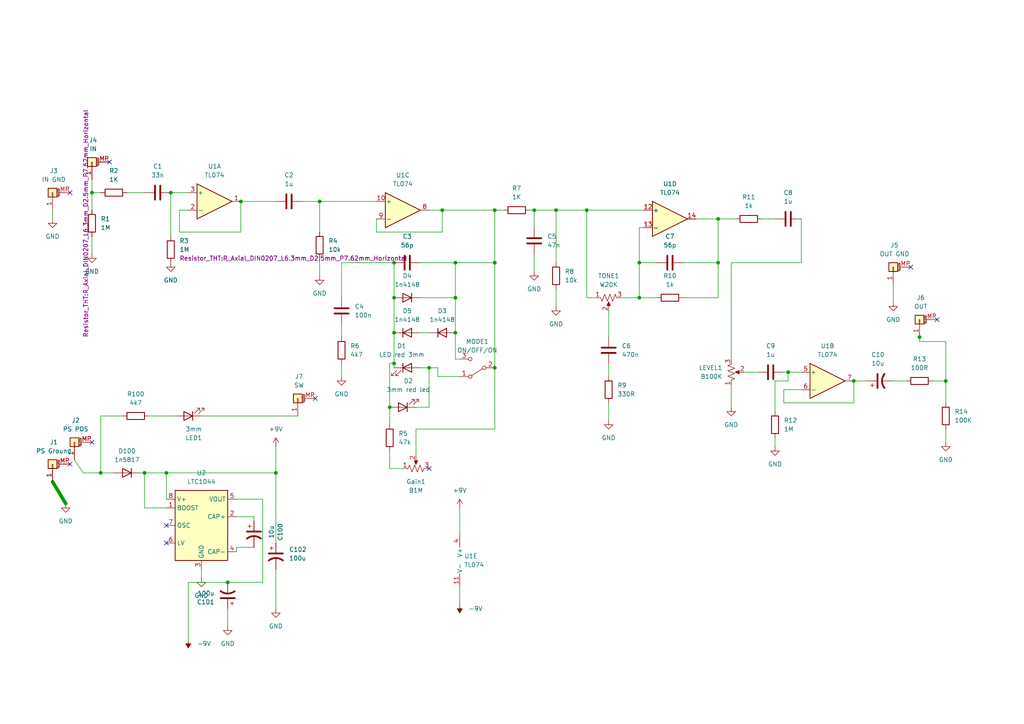
<source format=kicad_sch>
(kicad_sch (version 20211123) (generator eeschema)

  (uuid 26f98f8a-0dc3-4ffa-a7ca-581704519656)

  (paper "A4")

  (lib_symbols
    (symbol "Amplifier_Operational:TL074" (pin_names (offset 0.127)) (in_bom yes) (on_board yes)
      (property "Reference" "U" (id 0) (at 0 5.08 0)
        (effects (font (size 1.27 1.27)) (justify left))
      )
      (property "Value" "TL074" (id 1) (at 0 -5.08 0)
        (effects (font (size 1.27 1.27)) (justify left))
      )
      (property "Footprint" "" (id 2) (at -1.27 2.54 0)
        (effects (font (size 1.27 1.27)) hide)
      )
      (property "Datasheet" "http://www.ti.com/lit/ds/symlink/tl071.pdf" (id 3) (at 1.27 5.08 0)
        (effects (font (size 1.27 1.27)) hide)
      )
      (property "ki_locked" "" (id 4) (at 0 0 0)
        (effects (font (size 1.27 1.27)))
      )
      (property "ki_keywords" "quad opamp" (id 5) (at 0 0 0)
        (effects (font (size 1.27 1.27)) hide)
      )
      (property "ki_description" "Quad Low-Noise JFET-Input Operational Amplifiers, DIP-14/SOIC-14" (id 6) (at 0 0 0)
        (effects (font (size 1.27 1.27)) hide)
      )
      (property "ki_fp_filters" "SOIC*3.9x8.7mm*P1.27mm* DIP*W7.62mm* TSSOP*4.4x5mm*P0.65mm* SSOP*5.3x6.2mm*P0.65mm* MSOP*3x3mm*P0.5mm*" (id 7) (at 0 0 0)
        (effects (font (size 1.27 1.27)) hide)
      )
      (symbol "TL074_1_1"
        (polyline
          (pts
            (xy -5.08 5.08)
            (xy 5.08 0)
            (xy -5.08 -5.08)
            (xy -5.08 5.08)
          )
          (stroke (width 0.254) (type default) (color 0 0 0 0))
          (fill (type background))
        )
        (pin output line (at 7.62 0 180) (length 2.54)
          (name "~" (effects (font (size 1.27 1.27))))
          (number "1" (effects (font (size 1.27 1.27))))
        )
        (pin input line (at -7.62 -2.54 0) (length 2.54)
          (name "-" (effects (font (size 1.27 1.27))))
          (number "2" (effects (font (size 1.27 1.27))))
        )
        (pin input line (at -7.62 2.54 0) (length 2.54)
          (name "+" (effects (font (size 1.27 1.27))))
          (number "3" (effects (font (size 1.27 1.27))))
        )
      )
      (symbol "TL074_2_1"
        (polyline
          (pts
            (xy -5.08 5.08)
            (xy 5.08 0)
            (xy -5.08 -5.08)
            (xy -5.08 5.08)
          )
          (stroke (width 0.254) (type default) (color 0 0 0 0))
          (fill (type background))
        )
        (pin input line (at -7.62 2.54 0) (length 2.54)
          (name "+" (effects (font (size 1.27 1.27))))
          (number "5" (effects (font (size 1.27 1.27))))
        )
        (pin input line (at -7.62 -2.54 0) (length 2.54)
          (name "-" (effects (font (size 1.27 1.27))))
          (number "6" (effects (font (size 1.27 1.27))))
        )
        (pin output line (at 7.62 0 180) (length 2.54)
          (name "~" (effects (font (size 1.27 1.27))))
          (number "7" (effects (font (size 1.27 1.27))))
        )
      )
      (symbol "TL074_3_1"
        (polyline
          (pts
            (xy -5.08 5.08)
            (xy 5.08 0)
            (xy -5.08 -5.08)
            (xy -5.08 5.08)
          )
          (stroke (width 0.254) (type default) (color 0 0 0 0))
          (fill (type background))
        )
        (pin input line (at -7.62 2.54 0) (length 2.54)
          (name "+" (effects (font (size 1.27 1.27))))
          (number "10" (effects (font (size 1.27 1.27))))
        )
        (pin output line (at 7.62 0 180) (length 2.54)
          (name "~" (effects (font (size 1.27 1.27))))
          (number "8" (effects (font (size 1.27 1.27))))
        )
        (pin input line (at -7.62 -2.54 0) (length 2.54)
          (name "-" (effects (font (size 1.27 1.27))))
          (number "9" (effects (font (size 1.27 1.27))))
        )
      )
      (symbol "TL074_4_1"
        (polyline
          (pts
            (xy -5.08 5.08)
            (xy 5.08 0)
            (xy -5.08 -5.08)
            (xy -5.08 5.08)
          )
          (stroke (width 0.254) (type default) (color 0 0 0 0))
          (fill (type background))
        )
        (pin input line (at -7.62 2.54 0) (length 2.54)
          (name "+" (effects (font (size 1.27 1.27))))
          (number "12" (effects (font (size 1.27 1.27))))
        )
        (pin input line (at -7.62 -2.54 0) (length 2.54)
          (name "-" (effects (font (size 1.27 1.27))))
          (number "13" (effects (font (size 1.27 1.27))))
        )
        (pin output line (at 7.62 0 180) (length 2.54)
          (name "~" (effects (font (size 1.27 1.27))))
          (number "14" (effects (font (size 1.27 1.27))))
        )
      )
      (symbol "TL074_5_1"
        (pin power_in line (at -2.54 -7.62 90) (length 3.81)
          (name "V-" (effects (font (size 1.27 1.27))))
          (number "11" (effects (font (size 1.27 1.27))))
        )
        (pin power_in line (at -2.54 7.62 270) (length 3.81)
          (name "V+" (effects (font (size 1.27 1.27))))
          (number "4" (effects (font (size 1.27 1.27))))
        )
      )
    )
    (symbol "Connector_Generic_MountingPin:Conn_01x01_MountingPin" (pin_names (offset 1.016) hide) (in_bom yes) (on_board yes)
      (property "Reference" "J" (id 0) (at 0 2.54 0)
        (effects (font (size 1.27 1.27)))
      )
      (property "Value" "Conn_01x01_MountingPin" (id 1) (at 1.27 -2.54 0)
        (effects (font (size 1.27 1.27)) (justify left))
      )
      (property "Footprint" "" (id 2) (at 0 0 0)
        (effects (font (size 1.27 1.27)) hide)
      )
      (property "Datasheet" "~" (id 3) (at 0 0 0)
        (effects (font (size 1.27 1.27)) hide)
      )
      (property "ki_keywords" "connector" (id 4) (at 0 0 0)
        (effects (font (size 1.27 1.27)) hide)
      )
      (property "ki_description" "Generic connectable mounting pin connector, single row, 01x01, script generated (kicad-library-utils/schlib/autogen/connector/)" (id 5) (at 0 0 0)
        (effects (font (size 1.27 1.27)) hide)
      )
      (property "ki_fp_filters" "Connector*:*_1x??-1MP*" (id 6) (at 0 0 0)
        (effects (font (size 1.27 1.27)) hide)
      )
      (symbol "Conn_01x01_MountingPin_1_1"
        (rectangle (start -1.27 0.127) (end 0 -0.127)
          (stroke (width 0.1524) (type default) (color 0 0 0 0))
          (fill (type none))
        )
        (rectangle (start -1.27 1.27) (end 1.27 -1.27)
          (stroke (width 0.254) (type default) (color 0 0 0 0))
          (fill (type background))
        )
        (polyline
          (pts
            (xy -1.016 -2.032)
            (xy 1.016 -2.032)
          )
          (stroke (width 0.1524) (type default) (color 0 0 0 0))
          (fill (type none))
        )
        (text "Mounting" (at 0 -1.651 0)
          (effects (font (size 0.381 0.381)))
        )
        (pin passive line (at -5.08 0 0) (length 3.81)
          (name "Pin_1" (effects (font (size 1.27 1.27))))
          (number "1" (effects (font (size 1.27 1.27))))
        )
        (pin passive line (at 0 -5.08 90) (length 3.048)
          (name "MountPin" (effects (font (size 1.27 1.27))))
          (number "MP" (effects (font (size 1.27 1.27))))
        )
      )
    )
    (symbol "Device:C" (pin_numbers hide) (pin_names (offset 0.254)) (in_bom yes) (on_board yes)
      (property "Reference" "C" (id 0) (at 0.635 2.54 0)
        (effects (font (size 1.27 1.27)) (justify left))
      )
      (property "Value" "C" (id 1) (at 0.635 -2.54 0)
        (effects (font (size 1.27 1.27)) (justify left))
      )
      (property "Footprint" "" (id 2) (at 0.9652 -3.81 0)
        (effects (font (size 1.27 1.27)) hide)
      )
      (property "Datasheet" "~" (id 3) (at 0 0 0)
        (effects (font (size 1.27 1.27)) hide)
      )
      (property "ki_keywords" "cap capacitor" (id 4) (at 0 0 0)
        (effects (font (size 1.27 1.27)) hide)
      )
      (property "ki_description" "Unpolarized capacitor" (id 5) (at 0 0 0)
        (effects (font (size 1.27 1.27)) hide)
      )
      (property "ki_fp_filters" "C_*" (id 6) (at 0 0 0)
        (effects (font (size 1.27 1.27)) hide)
      )
      (symbol "C_0_1"
        (polyline
          (pts
            (xy -2.032 -0.762)
            (xy 2.032 -0.762)
          )
          (stroke (width 0.508) (type default) (color 0 0 0 0))
          (fill (type none))
        )
        (polyline
          (pts
            (xy -2.032 0.762)
            (xy 2.032 0.762)
          )
          (stroke (width 0.508) (type default) (color 0 0 0 0))
          (fill (type none))
        )
      )
      (symbol "C_1_1"
        (pin passive line (at 0 3.81 270) (length 2.794)
          (name "~" (effects (font (size 1.27 1.27))))
          (number "1" (effects (font (size 1.27 1.27))))
        )
        (pin passive line (at 0 -3.81 90) (length 2.794)
          (name "~" (effects (font (size 1.27 1.27))))
          (number "2" (effects (font (size 1.27 1.27))))
        )
      )
    )
    (symbol "Device:C_Polarized_US" (pin_numbers hide) (pin_names (offset 0.254) hide) (in_bom yes) (on_board yes)
      (property "Reference" "C" (id 0) (at 0.635 2.54 0)
        (effects (font (size 1.27 1.27)) (justify left))
      )
      (property "Value" "C_Polarized_US" (id 1) (at 0.635 -2.54 0)
        (effects (font (size 1.27 1.27)) (justify left))
      )
      (property "Footprint" "" (id 2) (at 0 0 0)
        (effects (font (size 1.27 1.27)) hide)
      )
      (property "Datasheet" "~" (id 3) (at 0 0 0)
        (effects (font (size 1.27 1.27)) hide)
      )
      (property "ki_keywords" "cap capacitor" (id 4) (at 0 0 0)
        (effects (font (size 1.27 1.27)) hide)
      )
      (property "ki_description" "Polarized capacitor, US symbol" (id 5) (at 0 0 0)
        (effects (font (size 1.27 1.27)) hide)
      )
      (property "ki_fp_filters" "CP_*" (id 6) (at 0 0 0)
        (effects (font (size 1.27 1.27)) hide)
      )
      (symbol "C_Polarized_US_0_1"
        (polyline
          (pts
            (xy -2.032 0.762)
            (xy 2.032 0.762)
          )
          (stroke (width 0.508) (type default) (color 0 0 0 0))
          (fill (type none))
        )
        (polyline
          (pts
            (xy -1.778 2.286)
            (xy -0.762 2.286)
          )
          (stroke (width 0) (type default) (color 0 0 0 0))
          (fill (type none))
        )
        (polyline
          (pts
            (xy -1.27 1.778)
            (xy -1.27 2.794)
          )
          (stroke (width 0) (type default) (color 0 0 0 0))
          (fill (type none))
        )
        (arc (start 2.032 -1.27) (mid 0 -0.5572) (end -2.032 -1.27)
          (stroke (width 0.508) (type default) (color 0 0 0 0))
          (fill (type none))
        )
      )
      (symbol "C_Polarized_US_1_1"
        (pin passive line (at 0 3.81 270) (length 2.794)
          (name "~" (effects (font (size 1.27 1.27))))
          (number "1" (effects (font (size 1.27 1.27))))
        )
        (pin passive line (at 0 -3.81 90) (length 3.302)
          (name "~" (effects (font (size 1.27 1.27))))
          (number "2" (effects (font (size 1.27 1.27))))
        )
      )
    )
    (symbol "Device:D" (pin_numbers hide) (pin_names (offset 1.016) hide) (in_bom yes) (on_board yes)
      (property "Reference" "D" (id 0) (at 0 2.54 0)
        (effects (font (size 1.27 1.27)))
      )
      (property "Value" "D" (id 1) (at 0 -2.54 0)
        (effects (font (size 1.27 1.27)))
      )
      (property "Footprint" "" (id 2) (at 0 0 0)
        (effects (font (size 1.27 1.27)) hide)
      )
      (property "Datasheet" "~" (id 3) (at 0 0 0)
        (effects (font (size 1.27 1.27)) hide)
      )
      (property "ki_keywords" "diode" (id 4) (at 0 0 0)
        (effects (font (size 1.27 1.27)) hide)
      )
      (property "ki_description" "Diode" (id 5) (at 0 0 0)
        (effects (font (size 1.27 1.27)) hide)
      )
      (property "ki_fp_filters" "TO-???* *_Diode_* *SingleDiode* D_*" (id 6) (at 0 0 0)
        (effects (font (size 1.27 1.27)) hide)
      )
      (symbol "D_0_1"
        (polyline
          (pts
            (xy -1.27 1.27)
            (xy -1.27 -1.27)
          )
          (stroke (width 0.254) (type default) (color 0 0 0 0))
          (fill (type none))
        )
        (polyline
          (pts
            (xy 1.27 0)
            (xy -1.27 0)
          )
          (stroke (width 0) (type default) (color 0 0 0 0))
          (fill (type none))
        )
        (polyline
          (pts
            (xy 1.27 1.27)
            (xy 1.27 -1.27)
            (xy -1.27 0)
            (xy 1.27 1.27)
          )
          (stroke (width 0.254) (type default) (color 0 0 0 0))
          (fill (type none))
        )
      )
      (symbol "D_1_1"
        (pin passive line (at -3.81 0 0) (length 2.54)
          (name "K" (effects (font (size 1.27 1.27))))
          (number "1" (effects (font (size 1.27 1.27))))
        )
        (pin passive line (at 3.81 0 180) (length 2.54)
          (name "A" (effects (font (size 1.27 1.27))))
          (number "2" (effects (font (size 1.27 1.27))))
        )
      )
    )
    (symbol "Device:LED" (pin_numbers hide) (pin_names (offset 1.016) hide) (in_bom yes) (on_board yes)
      (property "Reference" "D" (id 0) (at 0 2.54 0)
        (effects (font (size 1.27 1.27)))
      )
      (property "Value" "LED" (id 1) (at 0 -2.54 0)
        (effects (font (size 1.27 1.27)))
      )
      (property "Footprint" "" (id 2) (at 0 0 0)
        (effects (font (size 1.27 1.27)) hide)
      )
      (property "Datasheet" "~" (id 3) (at 0 0 0)
        (effects (font (size 1.27 1.27)) hide)
      )
      (property "ki_keywords" "LED diode" (id 4) (at 0 0 0)
        (effects (font (size 1.27 1.27)) hide)
      )
      (property "ki_description" "Light emitting diode" (id 5) (at 0 0 0)
        (effects (font (size 1.27 1.27)) hide)
      )
      (property "ki_fp_filters" "LED* LED_SMD:* LED_THT:*" (id 6) (at 0 0 0)
        (effects (font (size 1.27 1.27)) hide)
      )
      (symbol "LED_0_1"
        (polyline
          (pts
            (xy -1.27 -1.27)
            (xy -1.27 1.27)
          )
          (stroke (width 0.254) (type default) (color 0 0 0 0))
          (fill (type none))
        )
        (polyline
          (pts
            (xy -1.27 0)
            (xy 1.27 0)
          )
          (stroke (width 0) (type default) (color 0 0 0 0))
          (fill (type none))
        )
        (polyline
          (pts
            (xy 1.27 -1.27)
            (xy 1.27 1.27)
            (xy -1.27 0)
            (xy 1.27 -1.27)
          )
          (stroke (width 0.254) (type default) (color 0 0 0 0))
          (fill (type none))
        )
        (polyline
          (pts
            (xy -3.048 -0.762)
            (xy -4.572 -2.286)
            (xy -3.81 -2.286)
            (xy -4.572 -2.286)
            (xy -4.572 -1.524)
          )
          (stroke (width 0) (type default) (color 0 0 0 0))
          (fill (type none))
        )
        (polyline
          (pts
            (xy -1.778 -0.762)
            (xy -3.302 -2.286)
            (xy -2.54 -2.286)
            (xy -3.302 -2.286)
            (xy -3.302 -1.524)
          )
          (stroke (width 0) (type default) (color 0 0 0 0))
          (fill (type none))
        )
      )
      (symbol "LED_1_1"
        (pin passive line (at -3.81 0 0) (length 2.54)
          (name "K" (effects (font (size 1.27 1.27))))
          (number "1" (effects (font (size 1.27 1.27))))
        )
        (pin passive line (at 3.81 0 180) (length 2.54)
          (name "A" (effects (font (size 1.27 1.27))))
          (number "2" (effects (font (size 1.27 1.27))))
        )
      )
    )
    (symbol "Device:R" (pin_numbers hide) (pin_names (offset 0)) (in_bom yes) (on_board yes)
      (property "Reference" "R" (id 0) (at 2.032 0 90)
        (effects (font (size 1.27 1.27)))
      )
      (property "Value" "R" (id 1) (at 0 0 90)
        (effects (font (size 1.27 1.27)))
      )
      (property "Footprint" "" (id 2) (at -1.778 0 90)
        (effects (font (size 1.27 1.27)) hide)
      )
      (property "Datasheet" "~" (id 3) (at 0 0 0)
        (effects (font (size 1.27 1.27)) hide)
      )
      (property "ki_keywords" "R res resistor" (id 4) (at 0 0 0)
        (effects (font (size 1.27 1.27)) hide)
      )
      (property "ki_description" "Resistor" (id 5) (at 0 0 0)
        (effects (font (size 1.27 1.27)) hide)
      )
      (property "ki_fp_filters" "R_*" (id 6) (at 0 0 0)
        (effects (font (size 1.27 1.27)) hide)
      )
      (symbol "R_0_1"
        (rectangle (start -1.016 -2.54) (end 1.016 2.54)
          (stroke (width 0.254) (type default) (color 0 0 0 0))
          (fill (type none))
        )
      )
      (symbol "R_1_1"
        (pin passive line (at 0 3.81 270) (length 1.27)
          (name "~" (effects (font (size 1.27 1.27))))
          (number "1" (effects (font (size 1.27 1.27))))
        )
        (pin passive line (at 0 -3.81 90) (length 1.27)
          (name "~" (effects (font (size 1.27 1.27))))
          (number "2" (effects (font (size 1.27 1.27))))
        )
      )
    )
    (symbol "Device:R_Potentiometer_US" (pin_names (offset 1.016) hide) (in_bom yes) (on_board yes)
      (property "Reference" "RV" (id 0) (at -4.445 0 90)
        (effects (font (size 1.27 1.27)))
      )
      (property "Value" "R_Potentiometer_US" (id 1) (at -2.54 0 90)
        (effects (font (size 1.27 1.27)))
      )
      (property "Footprint" "" (id 2) (at 0 0 0)
        (effects (font (size 1.27 1.27)) hide)
      )
      (property "Datasheet" "~" (id 3) (at 0 0 0)
        (effects (font (size 1.27 1.27)) hide)
      )
      (property "ki_keywords" "resistor variable" (id 4) (at 0 0 0)
        (effects (font (size 1.27 1.27)) hide)
      )
      (property "ki_description" "Potentiometer, US symbol" (id 5) (at 0 0 0)
        (effects (font (size 1.27 1.27)) hide)
      )
      (property "ki_fp_filters" "Potentiometer*" (id 6) (at 0 0 0)
        (effects (font (size 1.27 1.27)) hide)
      )
      (symbol "R_Potentiometer_US_0_1"
        (polyline
          (pts
            (xy 0 -2.286)
            (xy 0 -2.54)
          )
          (stroke (width 0) (type default) (color 0 0 0 0))
          (fill (type none))
        )
        (polyline
          (pts
            (xy 0 2.54)
            (xy 0 2.286)
          )
          (stroke (width 0) (type default) (color 0 0 0 0))
          (fill (type none))
        )
        (polyline
          (pts
            (xy 2.54 0)
            (xy 1.524 0)
          )
          (stroke (width 0) (type default) (color 0 0 0 0))
          (fill (type none))
        )
        (polyline
          (pts
            (xy 1.143 0)
            (xy 2.286 0.508)
            (xy 2.286 -0.508)
            (xy 1.143 0)
          )
          (stroke (width 0) (type default) (color 0 0 0 0))
          (fill (type outline))
        )
        (polyline
          (pts
            (xy 0 -0.762)
            (xy 1.016 -1.143)
            (xy 0 -1.524)
            (xy -1.016 -1.905)
            (xy 0 -2.286)
          )
          (stroke (width 0) (type default) (color 0 0 0 0))
          (fill (type none))
        )
        (polyline
          (pts
            (xy 0 0.762)
            (xy 1.016 0.381)
            (xy 0 0)
            (xy -1.016 -0.381)
            (xy 0 -0.762)
          )
          (stroke (width 0) (type default) (color 0 0 0 0))
          (fill (type none))
        )
        (polyline
          (pts
            (xy 0 2.286)
            (xy 1.016 1.905)
            (xy 0 1.524)
            (xy -1.016 1.143)
            (xy 0 0.762)
          )
          (stroke (width 0) (type default) (color 0 0 0 0))
          (fill (type none))
        )
      )
      (symbol "R_Potentiometer_US_1_1"
        (pin passive line (at 0 3.81 270) (length 1.27)
          (name "1" (effects (font (size 1.27 1.27))))
          (number "1" (effects (font (size 1.27 1.27))))
        )
        (pin passive line (at 3.81 0 180) (length 1.27)
          (name "2" (effects (font (size 1.27 1.27))))
          (number "2" (effects (font (size 1.27 1.27))))
        )
        (pin passive line (at 0 -3.81 90) (length 1.27)
          (name "3" (effects (font (size 1.27 1.27))))
          (number "3" (effects (font (size 1.27 1.27))))
        )
      )
    )
    (symbol "Regulator_SwitchedCapacitor:LTC1044" (in_bom yes) (on_board yes)
      (property "Reference" "U" (id 0) (at -6.35 11.43 0)
        (effects (font (size 1.27 1.27)))
      )
      (property "Value" "LTC1044" (id 1) (at 3.81 11.43 0)
        (effects (font (size 1.27 1.27)))
      )
      (property "Footprint" "" (id 2) (at 2.54 -2.54 0)
        (effects (font (size 1.27 1.27)) hide)
      )
      (property "Datasheet" "https://www.analog.com/media/en/technical-documentation/data-sheets/lt1044.pdf" (id 3) (at 2.54 -2.54 0)
        (effects (font (size 1.27 1.27)) hide)
      )
      (property "ki_keywords" "monolithic CMOS switched capacitor voltage converter invert double divide multiply boost" (id 4) (at 0 0 0)
        (effects (font (size 1.27 1.27)) hide)
      )
      (property "ki_description" "Switched Capacitor Voltage Converter, 1.5V to 9V supply operation, 200uA Max No Load Supply Current at 5V, DIP-8/TO-99" (id 5) (at 0 0 0)
        (effects (font (size 1.27 1.27)) hide)
      )
      (property "ki_fp_filters" "DIP*W7.62mm* TO?99*" (id 6) (at 0 0 0)
        (effects (font (size 1.27 1.27)) hide)
      )
      (symbol "LTC1044_0_1"
        (rectangle (start -7.62 10.16) (end 7.62 -10.16)
          (stroke (width 0.254) (type default) (color 0 0 0 0))
          (fill (type background))
        )
      )
      (symbol "LTC1044_1_1"
        (pin input line (at -10.16 5.08 0) (length 2.54)
          (name "BOOST" (effects (font (size 1.27 1.27))))
          (number "1" (effects (font (size 1.27 1.27))))
        )
        (pin input line (at 10.16 2.54 180) (length 2.54)
          (name "CAP+" (effects (font (size 1.27 1.27))))
          (number "2" (effects (font (size 1.27 1.27))))
        )
        (pin power_in line (at 0 -12.7 90) (length 2.54)
          (name "GND" (effects (font (size 1.27 1.27))))
          (number "3" (effects (font (size 1.27 1.27))))
        )
        (pin input line (at 10.16 -7.62 180) (length 2.54)
          (name "CAP-" (effects (font (size 1.27 1.27))))
          (number "4" (effects (font (size 1.27 1.27))))
        )
        (pin power_out line (at 10.16 7.62 180) (length 2.54)
          (name "VOUT" (effects (font (size 1.27 1.27))))
          (number "5" (effects (font (size 1.27 1.27))))
        )
        (pin input line (at -10.16 -5.08 0) (length 2.54)
          (name "LV" (effects (font (size 1.27 1.27))))
          (number "6" (effects (font (size 1.27 1.27))))
        )
        (pin input line (at -10.16 0 0) (length 2.54)
          (name "OSC" (effects (font (size 1.27 1.27))))
          (number "7" (effects (font (size 1.27 1.27))))
        )
        (pin power_in line (at -10.16 7.62 0) (length 2.54)
          (name "V+" (effects (font (size 1.27 1.27))))
          (number "8" (effects (font (size 1.27 1.27))))
        )
      )
    )
    (symbol "Switch:SW_SPDT" (pin_names (offset 0) hide) (in_bom yes) (on_board yes)
      (property "Reference" "SW" (id 0) (at 0 4.318 0)
        (effects (font (size 1.27 1.27)))
      )
      (property "Value" "SW_SPDT" (id 1) (at 0 -5.08 0)
        (effects (font (size 1.27 1.27)))
      )
      (property "Footprint" "" (id 2) (at 0 0 0)
        (effects (font (size 1.27 1.27)) hide)
      )
      (property "Datasheet" "~" (id 3) (at 0 0 0)
        (effects (font (size 1.27 1.27)) hide)
      )
      (property "ki_keywords" "switch single-pole double-throw spdt ON-ON" (id 4) (at 0 0 0)
        (effects (font (size 1.27 1.27)) hide)
      )
      (property "ki_description" "Switch, single pole double throw" (id 5) (at 0 0 0)
        (effects (font (size 1.27 1.27)) hide)
      )
      (symbol "SW_SPDT_0_0"
        (circle (center -2.032 0) (radius 0.508)
          (stroke (width 0) (type default) (color 0 0 0 0))
          (fill (type none))
        )
        (circle (center 2.032 -2.54) (radius 0.508)
          (stroke (width 0) (type default) (color 0 0 0 0))
          (fill (type none))
        )
      )
      (symbol "SW_SPDT_0_1"
        (polyline
          (pts
            (xy -1.524 0.254)
            (xy 1.651 2.286)
          )
          (stroke (width 0) (type default) (color 0 0 0 0))
          (fill (type none))
        )
        (circle (center 2.032 2.54) (radius 0.508)
          (stroke (width 0) (type default) (color 0 0 0 0))
          (fill (type none))
        )
      )
      (symbol "SW_SPDT_1_1"
        (pin passive line (at 5.08 2.54 180) (length 2.54)
          (name "A" (effects (font (size 1.27 1.27))))
          (number "1" (effects (font (size 1.27 1.27))))
        )
        (pin passive line (at -5.08 0 0) (length 2.54)
          (name "B" (effects (font (size 1.27 1.27))))
          (number "2" (effects (font (size 1.27 1.27))))
        )
        (pin passive line (at 5.08 -2.54 180) (length 2.54)
          (name "C" (effects (font (size 1.27 1.27))))
          (number "3" (effects (font (size 1.27 1.27))))
        )
      )
    )
    (symbol "power:+9V" (power) (pin_names (offset 0)) (in_bom yes) (on_board yes)
      (property "Reference" "#PWR" (id 0) (at 0 -3.81 0)
        (effects (font (size 1.27 1.27)) hide)
      )
      (property "Value" "+9V" (id 1) (at 0 3.556 0)
        (effects (font (size 1.27 1.27)))
      )
      (property "Footprint" "" (id 2) (at 0 0 0)
        (effects (font (size 1.27 1.27)) hide)
      )
      (property "Datasheet" "" (id 3) (at 0 0 0)
        (effects (font (size 1.27 1.27)) hide)
      )
      (property "ki_keywords" "power-flag" (id 4) (at 0 0 0)
        (effects (font (size 1.27 1.27)) hide)
      )
      (property "ki_description" "Power symbol creates a global label with name \"+9V\"" (id 5) (at 0 0 0)
        (effects (font (size 1.27 1.27)) hide)
      )
      (symbol "+9V_0_1"
        (polyline
          (pts
            (xy -0.762 1.27)
            (xy 0 2.54)
          )
          (stroke (width 0) (type default) (color 0 0 0 0))
          (fill (type none))
        )
        (polyline
          (pts
            (xy 0 0)
            (xy 0 2.54)
          )
          (stroke (width 0) (type default) (color 0 0 0 0))
          (fill (type none))
        )
        (polyline
          (pts
            (xy 0 2.54)
            (xy 0.762 1.27)
          )
          (stroke (width 0) (type default) (color 0 0 0 0))
          (fill (type none))
        )
      )
      (symbol "+9V_1_1"
        (pin power_in line (at 0 0 90) (length 0) hide
          (name "+9V" (effects (font (size 1.27 1.27))))
          (number "1" (effects (font (size 1.27 1.27))))
        )
      )
    )
    (symbol "power:-9V" (power) (pin_names (offset 0)) (in_bom yes) (on_board yes)
      (property "Reference" "#PWR" (id 0) (at 0 -3.175 0)
        (effects (font (size 1.27 1.27)) hide)
      )
      (property "Value" "-9V" (id 1) (at 0 3.81 0)
        (effects (font (size 1.27 1.27)))
      )
      (property "Footprint" "" (id 2) (at 0 0 0)
        (effects (font (size 1.27 1.27)) hide)
      )
      (property "Datasheet" "" (id 3) (at 0 0 0)
        (effects (font (size 1.27 1.27)) hide)
      )
      (property "ki_keywords" "power-flag" (id 4) (at 0 0 0)
        (effects (font (size 1.27 1.27)) hide)
      )
      (property "ki_description" "Power symbol creates a global label with name \"-9V\"" (id 5) (at 0 0 0)
        (effects (font (size 1.27 1.27)) hide)
      )
      (symbol "-9V_0_1"
        (polyline
          (pts
            (xy 0 0)
            (xy 0 2.54)
          )
          (stroke (width 0) (type default) (color 0 0 0 0))
          (fill (type none))
        )
        (polyline
          (pts
            (xy 0.762 1.27)
            (xy -0.762 1.27)
            (xy 0 2.54)
            (xy 0.762 1.27)
          )
          (stroke (width 0) (type default) (color 0 0 0 0))
          (fill (type outline))
        )
      )
      (symbol "-9V_1_1"
        (pin power_in line (at 0 0 90) (length 0) hide
          (name "-9V" (effects (font (size 1.27 1.27))))
          (number "1" (effects (font (size 1.27 1.27))))
        )
      )
    )
    (symbol "power:GND" (power) (pin_names (offset 0)) (in_bom yes) (on_board yes)
      (property "Reference" "#PWR" (id 0) (at 0 -6.35 0)
        (effects (font (size 1.27 1.27)) hide)
      )
      (property "Value" "GND" (id 1) (at 0 -3.81 0)
        (effects (font (size 1.27 1.27)))
      )
      (property "Footprint" "" (id 2) (at 0 0 0)
        (effects (font (size 1.27 1.27)) hide)
      )
      (property "Datasheet" "" (id 3) (at 0 0 0)
        (effects (font (size 1.27 1.27)) hide)
      )
      (property "ki_keywords" "power-flag" (id 4) (at 0 0 0)
        (effects (font (size 1.27 1.27)) hide)
      )
      (property "ki_description" "Power symbol creates a global label with name \"GND\" , ground" (id 5) (at 0 0 0)
        (effects (font (size 1.27 1.27)) hide)
      )
      (symbol "GND_0_1"
        (polyline
          (pts
            (xy 0 0)
            (xy 0 -1.27)
            (xy 1.27 -1.27)
            (xy 0 -2.54)
            (xy -1.27 -1.27)
            (xy 0 -1.27)
          )
          (stroke (width 0) (type default) (color 0 0 0 0))
          (fill (type none))
        )
      )
      (symbol "GND_1_1"
        (pin power_in line (at 0 0 270) (length 0) hide
          (name "GND" (effects (font (size 1.27 1.27))))
          (number "1" (effects (font (size 1.27 1.27))))
        )
      )
    )
  )

  (junction (at 143.51 60.96) (diameter 0) (color 0 0 0 0)
    (uuid 034eb64c-a8ef-435c-9b87-ca6cfcba9e26)
  )
  (junction (at 132.08 86.36) (diameter 0) (color 0 0 0 0)
    (uuid 1420c5c5-5929-4e17-b7f5-03cf48346f3c)
  )
  (junction (at 66.04 168.91) (diameter 0) (color 0 0 0 0)
    (uuid 1515a5d1-e4cc-4671-bca0-5d3a087dad82)
  )
  (junction (at 41.91 137.16) (diameter 0) (color 0 0 0 0)
    (uuid 16dbd415-0999-49aa-b6f0-8dce688555a8)
  )
  (junction (at 247.65 110.49) (diameter 0) (color 0 0 0 0)
    (uuid 19ec656f-307b-4ca3-a3e0-3a41f7b58c87)
  )
  (junction (at 185.42 76.2) (diameter 0) (color 0 0 0 0)
    (uuid 1c0ace4f-0aca-4eb1-abed-e044f4e9a3ee)
  )
  (junction (at 29.21 137.16) (diameter 0) (color 0 0 0 0)
    (uuid 1dc926d7-6290-42e8-8ff1-4a72e9bdc1a4)
  )
  (junction (at 208.28 63.5) (diameter 0) (color 0 0 0 0)
    (uuid 1f4e591c-bd19-437b-a630-cf6c1d10116a)
  )
  (junction (at 274.32 110.49) (diameter 0) (color 0 0 0 0)
    (uuid 22276a98-b025-42a5-86e8-17e6e45e7e96)
  )
  (junction (at 80.01 137.16) (diameter 0) (color 0 0 0 0)
    (uuid 2305ab8b-2c18-4e52-8990-6277405eafc1)
  )
  (junction (at 69.85 58.42) (diameter 0) (color 0 0 0 0)
    (uuid 2faad7ae-5e19-461f-a7f3-31c8423fa886)
  )
  (junction (at 128.27 60.96) (diameter 0) (color 0 0 0 0)
    (uuid 3424b412-d405-4387-aecb-714a05f7b980)
  )
  (junction (at 161.29 60.96) (diameter 0) (color 0 0 0 0)
    (uuid 3632e5a8-2e47-4356-a41c-e65e94e36da0)
  )
  (junction (at 208.28 76.2) (diameter 0) (color 0 0 0 0)
    (uuid 46dbbbe3-3751-4068-92c8-942fb7ee83c2)
  )
  (junction (at 132.08 96.52) (diameter 0) (color 0 0 0 0)
    (uuid 49dc440b-b863-4433-a2fb-3e46d7ed7a6a)
  )
  (junction (at 114.3 96.52) (diameter 0) (color 0 0 0 0)
    (uuid 4d0df3e3-e047-487e-8c1e-5148d668d2d6)
  )
  (junction (at 113.03 118.11) (diameter 0) (color 0 0 0 0)
    (uuid 8fa6ca44-cafe-41a5-a569-766032c573ec)
  )
  (junction (at 26.67 55.88) (diameter 0) (color 0 0 0 0)
    (uuid 91900313-80bc-4d1c-ae9c-90a2d3e46875)
  )
  (junction (at 132.08 76.2) (diameter 0) (color 0 0 0 0)
    (uuid 927c4c70-dea3-4614-b5e7-d4d56b5d91c1)
  )
  (junction (at 124.46 106.68) (diameter 0) (color 0 0 0 0)
    (uuid 94f5b152-44b2-465a-9aaf-52ae83f002d7)
  )
  (junction (at 49.53 55.88) (diameter 0) (color 0 0 0 0)
    (uuid a01bec98-e14e-487a-bb59-18cd0e97030b)
  )
  (junction (at 114.3 76.2) (diameter 0) (color 0 0 0 0)
    (uuid a0bb43fa-0de9-4de4-9fb2-51e114d8f8c1)
  )
  (junction (at 143.51 106.68) (diameter 0) (color 0 0 0 0)
    (uuid adaea0c5-289a-4e63-abb8-d7a9d1d70cf5)
  )
  (junction (at 114.3 105.41) (diameter 0) (color 0 0 0 0)
    (uuid b037f5a6-397b-4582-9f82-919046c7f50c)
  )
  (junction (at 92.71 58.42) (diameter 0) (color 0 0 0 0)
    (uuid b6d8491e-dc60-4b1e-b030-39fb3bfde45d)
  )
  (junction (at 154.94 60.96) (diameter 0) (color 0 0 0 0)
    (uuid b6eead12-ba8d-4ff6-a97c-dac735970476)
  )
  (junction (at 114.3 86.36) (diameter 0) (color 0 0 0 0)
    (uuid b9dd971a-610a-4283-8caa-d055fc8ffa26)
  )
  (junction (at 48.26 137.16) (diameter 0) (color 0 0 0 0)
    (uuid bfb7e80c-5d29-4586-a830-263d1da34b7a)
  )
  (junction (at 170.18 60.96) (diameter 0) (color 0 0 0 0)
    (uuid c7b8846c-7dcc-42f2-aad9-3913672ceca6)
  )
  (junction (at 266.7 97.79) (diameter 0) (color 0 0 0 0)
    (uuid e648758b-b0bf-4a8b-851c-48bb4a448798)
  )
  (junction (at 143.51 76.2) (diameter 0) (color 0 0 0 0)
    (uuid f0c5573a-2d6a-47cb-806e-e9e55188d3d7)
  )
  (junction (at 228.6 107.95) (diameter 0) (color 0 0 0 0)
    (uuid f155ab29-80f7-46a3-97f8-fe4bd69c79ce)
  )
  (junction (at 185.42 86.36) (diameter 0) (color 0 0 0 0)
    (uuid f7a2b17c-c86e-4054-ac46-029896098086)
  )

  (no_connect (at 48.26 157.48) (uuid 0a8a64a7-9964-42d7-b060-a9dc3f1b8b58))
  (no_connect (at 48.26 152.4) (uuid 0a8a64a7-9964-42d7-b060-a9dc3f1b8b59))
  (no_connect (at 31.75 46.99) (uuid 43f08b66-536e-46c2-88d7-ad425be2803a))
  (no_connect (at 20.32 55.88) (uuid 43f08b66-536e-46c2-88d7-ad425be2803b))
  (no_connect (at 20.32 134.62) (uuid 43f08b66-536e-46c2-88d7-ad425be2803c))
  (no_connect (at 26.67 128.27) (uuid 43f08b66-536e-46c2-88d7-ad425be2803d))
  (no_connect (at 264.16 77.47) (uuid 43f08b66-536e-46c2-88d7-ad425be2803e))
  (no_connect (at 271.78 92.71) (uuid 43f08b66-536e-46c2-88d7-ad425be2803f))
  (no_connect (at 124.46 135.89) (uuid 9775f229-b319-41c6-82c8-dd6445febb2d))
  (no_connect (at 91.44 115.57) (uuid c62a90ff-53bb-45ce-93b8-cc206734518d))

  (wire (pts (xy 128.27 60.96) (xy 143.51 60.96))
    (stroke (width 0) (type default) (color 0 0 0 0))
    (uuid 00ef99f7-6216-4cac-9cce-0b9b0c83b58d)
  )
  (wire (pts (xy 41.91 137.16) (xy 48.26 137.16))
    (stroke (width 0) (type default) (color 0 0 0 0))
    (uuid 09d651c5-cf52-41bd-bf1d-37f4c52614ef)
  )
  (wire (pts (xy 69.85 67.31) (xy 52.07 67.31))
    (stroke (width 0) (type default) (color 0 0 0 0))
    (uuid 0bafd5e7-0d5b-4b90-90d9-9ea268787aab)
  )
  (wire (pts (xy 120.65 124.46) (xy 143.51 124.46))
    (stroke (width 0) (type default) (color 0 0 0 0))
    (uuid 0d696008-39ea-4ba2-8501-2618eb35451b)
  )
  (wire (pts (xy 274.32 110.49) (xy 274.32 116.84))
    (stroke (width 0) (type default) (color 0 0 0 0))
    (uuid 0da3b11f-7e43-4238-b4e0-3d848e4ab1cb)
  )
  (wire (pts (xy 15.24 139.7) (xy 19.05 146.05))
    (stroke (width 1) (type default) (color 0 0 0 0))
    (uuid 0dd98190-4f78-4747-926a-d5b03c99e9b5)
  )
  (wire (pts (xy 208.28 76.2) (xy 208.28 86.36))
    (stroke (width 0) (type default) (color 0 0 0 0))
    (uuid 12e121c0-5651-4b0e-b17a-c83478acc119)
  )
  (wire (pts (xy 73.66 149.86) (xy 73.66 151.13))
    (stroke (width 0) (type default) (color 0 0 0 0))
    (uuid 13099c36-2c15-4f34-813c-a2d8510ee028)
  )
  (wire (pts (xy 224.79 119.38) (xy 224.79 110.49))
    (stroke (width 0) (type default) (color 0 0 0 0))
    (uuid 132bfffb-2e80-44aa-86c7-5921e148d85f)
  )
  (wire (pts (xy 212.09 76.2) (xy 212.09 104.14))
    (stroke (width 0) (type default) (color 0 0 0 0))
    (uuid 15e9aac7-c025-46f9-9acb-4a9da0abde43)
  )
  (wire (pts (xy 274.32 99.06) (xy 274.32 110.49))
    (stroke (width 0) (type default) (color 0 0 0 0))
    (uuid 16284d11-82fa-4797-aed8-22f5361cdaab)
  )
  (wire (pts (xy 36.83 55.88) (xy 41.91 55.88))
    (stroke (width 0) (type default) (color 0 0 0 0))
    (uuid 1a3b56a3-5e82-4f62-8d86-e8e39551dd21)
  )
  (wire (pts (xy 161.29 60.96) (xy 161.29 76.2))
    (stroke (width 0) (type default) (color 0 0 0 0))
    (uuid 1e8b560d-41fa-45d4-becb-90b6ceb86415)
  )
  (wire (pts (xy 48.26 137.16) (xy 80.01 137.16))
    (stroke (width 0) (type default) (color 0 0 0 0))
    (uuid 2008fcfa-0559-4da2-a905-e31278f36406)
  )
  (wire (pts (xy 52.07 67.31) (xy 52.07 60.96))
    (stroke (width 0) (type default) (color 0 0 0 0))
    (uuid 22e7fa1c-fbb9-4528-97ac-540deac7c807)
  )
  (wire (pts (xy 48.26 147.32) (xy 41.91 147.32))
    (stroke (width 0) (type default) (color 0 0 0 0))
    (uuid 2358bcec-32da-4634-ada1-c47c2c4ead5d)
  )
  (wire (pts (xy 24.13 137.16) (xy 29.21 137.16))
    (stroke (width 0) (type default) (color 0 0 0 0))
    (uuid 25309e00-f7b5-4b37-b9fe-760baba4fd00)
  )
  (wire (pts (xy 68.58 149.86) (xy 73.66 149.86))
    (stroke (width 0) (type default) (color 0 0 0 0))
    (uuid 27ddf000-5806-461b-86c4-9d024100486d)
  )
  (wire (pts (xy 266.7 97.79) (xy 266.7 99.06))
    (stroke (width 0) (type default) (color 0 0 0 0))
    (uuid 2aae4c08-da4a-40a2-85f1-ddc26d5638ac)
  )
  (wire (pts (xy 121.92 96.52) (xy 124.46 96.52))
    (stroke (width 0) (type default) (color 0 0 0 0))
    (uuid 2b78b42e-cf12-4bd8-b16e-84f8de5b2f6b)
  )
  (wire (pts (xy 68.58 158.75) (xy 68.58 160.02))
    (stroke (width 0) (type default) (color 0 0 0 0))
    (uuid 2c335dc8-911a-4525-b048-b5983b9905c5)
  )
  (wire (pts (xy 114.3 105.41) (xy 114.3 106.68))
    (stroke (width 0) (type default) (color 0 0 0 0))
    (uuid 2c9e8e24-0a7e-4584-a373-210cfc4a3f7f)
  )
  (wire (pts (xy 190.5 76.2) (xy 185.42 76.2))
    (stroke (width 0) (type default) (color 0 0 0 0))
    (uuid 2d4d2270-39e8-49af-ad1e-2b1263c7b37f)
  )
  (wire (pts (xy 133.35 147.32) (xy 133.35 154.94))
    (stroke (width 0) (type default) (color 0 0 0 0))
    (uuid 2de60833-bef5-449c-9221-7cf90b56aa9a)
  )
  (wire (pts (xy 121.92 106.68) (xy 124.46 106.68))
    (stroke (width 0) (type default) (color 0 0 0 0))
    (uuid 2ed72f79-efbb-4b89-a58d-0ca3282df4af)
  )
  (wire (pts (xy 228.6 110.49) (xy 228.6 107.95))
    (stroke (width 0) (type default) (color 0 0 0 0))
    (uuid 312afdad-55ee-4ad7-8fca-65ae53529e98)
  )
  (wire (pts (xy 143.51 76.2) (xy 132.08 76.2))
    (stroke (width 0) (type default) (color 0 0 0 0))
    (uuid 32f0c560-e786-447f-b157-5180d41d7fae)
  )
  (wire (pts (xy 143.51 60.96) (xy 146.05 60.96))
    (stroke (width 0) (type default) (color 0 0 0 0))
    (uuid 34b260f4-15f6-4e33-9f7a-059334ddcf94)
  )
  (wire (pts (xy 176.53 97.79) (xy 176.53 90.17))
    (stroke (width 0) (type default) (color 0 0 0 0))
    (uuid 39c5de7d-d830-4042-aa46-70f13b10ee16)
  )
  (wire (pts (xy 26.67 55.88) (xy 26.67 60.96))
    (stroke (width 0) (type default) (color 0 0 0 0))
    (uuid 3b1fa72e-fab2-4d89-b690-18ce405d5e21)
  )
  (wire (pts (xy 224.79 110.49) (xy 228.6 110.49))
    (stroke (width 0) (type default) (color 0 0 0 0))
    (uuid 3c49f005-c315-479b-a881-ec3c1b6e38c8)
  )
  (wire (pts (xy 73.66 158.75) (xy 68.58 158.75))
    (stroke (width 0) (type default) (color 0 0 0 0))
    (uuid 3e8f99db-a726-4e36-a004-1fbc7659e069)
  )
  (wire (pts (xy 227.33 113.03) (xy 232.41 113.03))
    (stroke (width 0) (type default) (color 0 0 0 0))
    (uuid 42c6a5e3-a3da-470e-a535-bba9f615e618)
  )
  (wire (pts (xy 29.21 137.16) (xy 33.02 137.16))
    (stroke (width 0) (type default) (color 0 0 0 0))
    (uuid 4318821b-a551-4b42-a138-6987185e05cc)
  )
  (wire (pts (xy 99.06 86.36) (xy 99.06 76.2))
    (stroke (width 0) (type default) (color 0 0 0 0))
    (uuid 436888d1-74f7-4510-b7a7-b942827b31f5)
  )
  (wire (pts (xy 49.53 55.88) (xy 54.61 55.88))
    (stroke (width 0) (type default) (color 0 0 0 0))
    (uuid 46871df5-0946-4801-a6ea-6c3b80da9416)
  )
  (wire (pts (xy 127 109.22) (xy 127 106.68))
    (stroke (width 0) (type default) (color 0 0 0 0))
    (uuid 46d3fd93-a7d4-4e47-b7e9-1a9a86d1bdf9)
  )
  (wire (pts (xy 26.67 55.88) (xy 29.21 55.88))
    (stroke (width 0) (type default) (color 0 0 0 0))
    (uuid 4728565c-2832-4736-9678-6146a112aa8c)
  )
  (wire (pts (xy 80.01 129.54) (xy 80.01 137.16))
    (stroke (width 0) (type default) (color 0 0 0 0))
    (uuid 4a085caa-3f38-41a6-9b9d-f8e1a495987e)
  )
  (wire (pts (xy 143.51 60.96) (xy 143.51 76.2))
    (stroke (width 0) (type default) (color 0 0 0 0))
    (uuid 4a16baba-d5da-4edc-9023-f1935f8782e1)
  )
  (wire (pts (xy 172.72 86.36) (xy 170.18 86.36))
    (stroke (width 0) (type default) (color 0 0 0 0))
    (uuid 4b645c74-9a8c-4aea-8ff9-7cf141954144)
  )
  (wire (pts (xy 259.08 110.49) (xy 262.89 110.49))
    (stroke (width 0) (type default) (color 0 0 0 0))
    (uuid 4dc1e8b0-3195-4994-b4f8-329934d259d0)
  )
  (wire (pts (xy 143.51 106.68) (xy 143.51 76.2))
    (stroke (width 0) (type default) (color 0 0 0 0))
    (uuid 4e0284ee-2707-4b7e-b13d-1d8f63b5ddcb)
  )
  (wire (pts (xy 80.01 165.1) (xy 80.01 176.53))
    (stroke (width 0) (type default) (color 0 0 0 0))
    (uuid 4f555ee6-eb62-404a-9e7f-8386360efa37)
  )
  (wire (pts (xy 92.71 58.42) (xy 109.22 58.42))
    (stroke (width 0) (type default) (color 0 0 0 0))
    (uuid 5152a791-00f5-41a2-a86e-8700e34a5986)
  )
  (wire (pts (xy 87.63 58.42) (xy 92.71 58.42))
    (stroke (width 0) (type default) (color 0 0 0 0))
    (uuid 51de2297-1b3b-482b-9982-c03604e4b9c8)
  )
  (wire (pts (xy 132.08 96.52) (xy 132.08 104.14))
    (stroke (width 0) (type default) (color 0 0 0 0))
    (uuid 530af930-0fce-4a4e-99dc-da0e958eb3dc)
  )
  (wire (pts (xy 69.85 58.42) (xy 80.01 58.42))
    (stroke (width 0) (type default) (color 0 0 0 0))
    (uuid 53781011-533c-4644-be22-c335049dab6a)
  )
  (wire (pts (xy 219.71 107.95) (xy 215.9 107.95))
    (stroke (width 0) (type default) (color 0 0 0 0))
    (uuid 5464170d-e56c-4203-8ddd-31b42e67940e)
  )
  (wire (pts (xy 176.53 116.84) (xy 176.53 121.92))
    (stroke (width 0) (type default) (color 0 0 0 0))
    (uuid 596d1b8d-2cdd-4848-b2b3-4fbfdc5ce5e8)
  )
  (wire (pts (xy 109.22 63.5) (xy 109.22 67.31))
    (stroke (width 0) (type default) (color 0 0 0 0))
    (uuid 5a8f2b85-ca4c-4939-82b7-a35b03ab2c22)
  )
  (wire (pts (xy 120.65 132.08) (xy 120.65 124.46))
    (stroke (width 0) (type default) (color 0 0 0 0))
    (uuid 5ae39fcb-748e-4c5a-b6f6-5345b0e50d24)
  )
  (wire (pts (xy 170.18 60.96) (xy 170.18 86.36))
    (stroke (width 0) (type default) (color 0 0 0 0))
    (uuid 5b614909-604e-4213-98c3-0778d7aa1c85)
  )
  (wire (pts (xy 80.01 137.16) (xy 80.01 157.48))
    (stroke (width 0) (type default) (color 0 0 0 0))
    (uuid 5c750ce9-d8c3-4e5b-a7db-55463fbb0a3d)
  )
  (wire (pts (xy 120.65 118.11) (xy 124.46 118.11))
    (stroke (width 0) (type default) (color 0 0 0 0))
    (uuid 5fe68c23-1a23-4588-96f1-d846fd0d4729)
  )
  (wire (pts (xy 220.98 63.5) (xy 224.79 63.5))
    (stroke (width 0) (type default) (color 0 0 0 0))
    (uuid 6295cf5d-c658-48cd-8529-1a768ba5cf39)
  )
  (wire (pts (xy 132.08 104.14) (xy 133.35 104.14))
    (stroke (width 0) (type default) (color 0 0 0 0))
    (uuid 62e324ee-a23c-4880-a686-505ac7c0443d)
  )
  (wire (pts (xy 49.53 55.88) (xy 49.53 68.58))
    (stroke (width 0) (type default) (color 0 0 0 0))
    (uuid 67ad82ee-fde0-41b5-8d29-13c150f791e7)
  )
  (wire (pts (xy 161.29 83.82) (xy 161.29 88.9))
    (stroke (width 0) (type default) (color 0 0 0 0))
    (uuid 699d5696-7cea-438e-8c02-09c01642f634)
  )
  (wire (pts (xy 113.03 130.81) (xy 113.03 135.89))
    (stroke (width 0) (type default) (color 0 0 0 0))
    (uuid 6b91b611-058b-4abc-934f-ed1e5f520f15)
  )
  (wire (pts (xy 127 106.68) (xy 124.46 106.68))
    (stroke (width 0) (type default) (color 0 0 0 0))
    (uuid 6e66e3e1-d93a-430a-867c-2304085035e2)
  )
  (wire (pts (xy 232.41 76.2) (xy 212.09 76.2))
    (stroke (width 0) (type default) (color 0 0 0 0))
    (uuid 6ecd7b41-9a3d-4944-8ab3-90deac4d93e9)
  )
  (wire (pts (xy 48.26 137.16) (xy 48.26 144.78))
    (stroke (width 0) (type default) (color 0 0 0 0))
    (uuid 6edade8e-d658-4968-a3b8-88bfa41a069b)
  )
  (wire (pts (xy 15.24 60.96) (xy 15.24 63.5))
    (stroke (width 0) (type default) (color 0 0 0 0))
    (uuid 70cb2e36-f24d-4a46-95d4-f82b15585ef5)
  )
  (wire (pts (xy 208.28 63.5) (xy 208.28 76.2))
    (stroke (width 0) (type default) (color 0 0 0 0))
    (uuid 7449b6ef-cb55-4da9-9ae7-fe33ee72dc8e)
  )
  (wire (pts (xy 114.3 86.36) (xy 114.3 96.52))
    (stroke (width 0) (type default) (color 0 0 0 0))
    (uuid 7513c9cf-a7e2-4aed-9e08-1e7456a28d4a)
  )
  (wire (pts (xy 21.59 133.35) (xy 24.13 137.16))
    (stroke (width 0) (type default) (color 0 0 0 0))
    (uuid 75e3b0b8-a740-4189-9b42-38ff283610c4)
  )
  (wire (pts (xy 185.42 66.04) (xy 186.69 66.04))
    (stroke (width 0) (type default) (color 0 0 0 0))
    (uuid 76ea75d0-e9cc-4788-a1a4-e9ad3d88b41e)
  )
  (wire (pts (xy 161.29 60.96) (xy 170.18 60.96))
    (stroke (width 0) (type default) (color 0 0 0 0))
    (uuid 798e60df-cee8-4dc3-adb8-a2a1d2780fb5)
  )
  (wire (pts (xy 113.03 118.11) (xy 113.03 105.41))
    (stroke (width 0) (type default) (color 0 0 0 0))
    (uuid 7c55fbfd-8812-4434-9f0e-702f0a2d660d)
  )
  (wire (pts (xy 266.7 99.06) (xy 274.32 99.06))
    (stroke (width 0) (type default) (color 0 0 0 0))
    (uuid 7d976865-f74c-49db-9d66-6c97cf6ceb79)
  )
  (wire (pts (xy 113.03 105.41) (xy 114.3 105.41))
    (stroke (width 0) (type default) (color 0 0 0 0))
    (uuid 8107c132-b7bd-4158-902d-963fe27ed0f6)
  )
  (wire (pts (xy 132.08 86.36) (xy 132.08 96.52))
    (stroke (width 0) (type default) (color 0 0 0 0))
    (uuid 81d553f2-65d0-4be5-aa98-0a584b852aac)
  )
  (wire (pts (xy 247.65 110.49) (xy 247.65 116.84))
    (stroke (width 0) (type default) (color 0 0 0 0))
    (uuid 88b884c4-2756-4813-addb-15ec23168b32)
  )
  (wire (pts (xy 133.35 170.18) (xy 133.35 175.26))
    (stroke (width 0) (type default) (color 0 0 0 0))
    (uuid 8cebcf88-a1e7-46a0-8def-ca04a71e10ab)
  )
  (wire (pts (xy 109.22 67.31) (xy 128.27 67.31))
    (stroke (width 0) (type default) (color 0 0 0 0))
    (uuid 8ead7860-f709-4791-8f41-18490cfdb4fc)
  )
  (wire (pts (xy 54.61 168.91) (xy 54.61 185.42))
    (stroke (width 0) (type default) (color 0 0 0 0))
    (uuid 8f067c08-1ac2-4c0a-a1bd-3e860fdf6162)
  )
  (wire (pts (xy 99.06 105.41) (xy 99.06 109.22))
    (stroke (width 0) (type default) (color 0 0 0 0))
    (uuid 90ffc0c2-e2a3-47e3-a2db-41f998c1674b)
  )
  (wire (pts (xy 208.28 63.5) (xy 213.36 63.5))
    (stroke (width 0) (type default) (color 0 0 0 0))
    (uuid 91c7945c-04b9-42dc-91de-8590e8055d9c)
  )
  (wire (pts (xy 68.58 144.78) (xy 76.2 144.78))
    (stroke (width 0) (type default) (color 0 0 0 0))
    (uuid 95b77eb9-ca26-46ea-b163-c1d0d7b062cd)
  )
  (wire (pts (xy 201.93 63.5) (xy 208.28 63.5))
    (stroke (width 0) (type default) (color 0 0 0 0))
    (uuid 9777ee48-37f2-426a-88c3-6ef437ea3cb0)
  )
  (wire (pts (xy 66.04 176.53) (xy 66.04 181.61))
    (stroke (width 0) (type default) (color 0 0 0 0))
    (uuid 97837509-8f00-4ce1-8af6-2d0dd4ae4f08)
  )
  (wire (pts (xy 76.2 144.78) (xy 76.2 168.91))
    (stroke (width 0) (type default) (color 0 0 0 0))
    (uuid 9b9718c1-e3b4-4721-ad47-2b11197a6bc4)
  )
  (wire (pts (xy 153.67 60.96) (xy 154.94 60.96))
    (stroke (width 0) (type default) (color 0 0 0 0))
    (uuid 9e4f518b-f6c7-448e-8de1-e73e5bb7ca3e)
  )
  (wire (pts (xy 58.42 165.1) (xy 58.42 167.64))
    (stroke (width 0) (type default) (color 0 0 0 0))
    (uuid 9f57682e-a612-4d0d-93be-3114b6cf457c)
  )
  (wire (pts (xy 92.71 58.42) (xy 92.71 67.31))
    (stroke (width 0) (type default) (color 0 0 0 0))
    (uuid a08fdfcb-6e46-4228-8024-c572398a262b)
  )
  (wire (pts (xy 274.32 124.46) (xy 274.32 128.27))
    (stroke (width 0) (type default) (color 0 0 0 0))
    (uuid a15ba19d-7361-410e-9ee8-500fe5e34200)
  )
  (wire (pts (xy 154.94 73.66) (xy 154.94 78.74))
    (stroke (width 0) (type default) (color 0 0 0 0))
    (uuid a1ba0211-85a3-445e-9c8e-af0647b78bc3)
  )
  (wire (pts (xy 170.18 60.96) (xy 186.69 60.96))
    (stroke (width 0) (type default) (color 0 0 0 0))
    (uuid a4bc29e3-e35a-4cd3-a4ad-6df2cf6b51b9)
  )
  (wire (pts (xy 132.08 76.2) (xy 132.08 86.36))
    (stroke (width 0) (type default) (color 0 0 0 0))
    (uuid a6d8c8ab-aa10-479b-b32d-bb681c82457d)
  )
  (wire (pts (xy 43.18 120.65) (xy 50.8 120.65))
    (stroke (width 0) (type default) (color 0 0 0 0))
    (uuid a6e5ad9e-3121-4a24-bc53-580f180ada77)
  )
  (wire (pts (xy 99.06 76.2) (xy 114.3 76.2))
    (stroke (width 0) (type default) (color 0 0 0 0))
    (uuid a7dfca29-2396-4537-aa3d-675370a56c2e)
  )
  (wire (pts (xy 266.7 96.52) (xy 266.7 97.79))
    (stroke (width 0) (type default) (color 0 0 0 0))
    (uuid a814294e-3f74-48ac-be4e-8b22b1a20c61)
  )
  (wire (pts (xy 35.56 120.65) (xy 29.21 120.65))
    (stroke (width 0) (type default) (color 0 0 0 0))
    (uuid a9fbebf9-6b0b-4bd0-91c1-83cecd2635ac)
  )
  (wire (pts (xy 52.07 60.96) (xy 54.61 60.96))
    (stroke (width 0) (type default) (color 0 0 0 0))
    (uuid ac33b58a-adb5-45c8-871b-3c25aeea1a8f)
  )
  (wire (pts (xy 154.94 60.96) (xy 161.29 60.96))
    (stroke (width 0) (type default) (color 0 0 0 0))
    (uuid ae1a52a3-ad0b-425e-adf3-acd0baa49476)
  )
  (wire (pts (xy 26.67 52.07) (xy 26.67 55.88))
    (stroke (width 0) (type default) (color 0 0 0 0))
    (uuid af4a7597-6bc2-4053-8c8b-7636425ec561)
  )
  (wire (pts (xy 247.65 116.84) (xy 227.33 116.84))
    (stroke (width 0) (type default) (color 0 0 0 0))
    (uuid b03c09a7-a5fb-4b05-901a-772ea03b8600)
  )
  (wire (pts (xy 121.92 76.2) (xy 132.08 76.2))
    (stroke (width 0) (type default) (color 0 0 0 0))
    (uuid b1dc3a6d-aeb3-4c6c-b8ad-f7813665794c)
  )
  (wire (pts (xy 124.46 60.96) (xy 128.27 60.96))
    (stroke (width 0) (type default) (color 0 0 0 0))
    (uuid b8136bc7-aacb-4e77-a0cc-8bce950ec33a)
  )
  (wire (pts (xy 259.08 82.55) (xy 259.08 87.63))
    (stroke (width 0) (type default) (color 0 0 0 0))
    (uuid bac6a0cd-ff0d-4fd9-9f56-6d3322aecdf1)
  )
  (wire (pts (xy 132.08 86.36) (xy 121.92 86.36))
    (stroke (width 0) (type default) (color 0 0 0 0))
    (uuid bc97d9e7-db5d-4f21-9c8f-0f7f5be3323a)
  )
  (wire (pts (xy 124.46 118.11) (xy 124.46 106.68))
    (stroke (width 0) (type default) (color 0 0 0 0))
    (uuid bd59867e-0a80-4a13-b1f2-ca2bb4c2d9f5)
  )
  (wire (pts (xy 224.79 127) (xy 224.79 129.54))
    (stroke (width 0) (type default) (color 0 0 0 0))
    (uuid bdaad1aa-12b2-45c6-a5e3-24f47ad82b4d)
  )
  (wire (pts (xy 227.33 107.95) (xy 228.6 107.95))
    (stroke (width 0) (type default) (color 0 0 0 0))
    (uuid be593cbf-9b77-4d54-b4db-b0637c1bb9c4)
  )
  (wire (pts (xy 113.03 118.11) (xy 113.03 123.19))
    (stroke (width 0) (type default) (color 0 0 0 0))
    (uuid c0d94588-a568-46cb-bbeb-b943d71adb5f)
  )
  (wire (pts (xy 180.34 86.36) (xy 185.42 86.36))
    (stroke (width 0) (type default) (color 0 0 0 0))
    (uuid c0f03c12-80b1-49e7-becd-f1dd5b25ea12)
  )
  (wire (pts (xy 133.35 109.22) (xy 127 109.22))
    (stroke (width 0) (type default) (color 0 0 0 0))
    (uuid c17e8117-d71e-4d78-9875-3ec424aa77f4)
  )
  (wire (pts (xy 185.42 86.36) (xy 185.42 76.2))
    (stroke (width 0) (type default) (color 0 0 0 0))
    (uuid c3d8726e-a57d-4ccb-bed3-0a9ace3e929e)
  )
  (wire (pts (xy 29.21 120.65) (xy 29.21 137.16))
    (stroke (width 0) (type default) (color 0 0 0 0))
    (uuid c3e41d1b-e3be-41ec-ad0e-b1893e373587)
  )
  (wire (pts (xy 185.42 66.04) (xy 185.42 76.2))
    (stroke (width 0) (type default) (color 0 0 0 0))
    (uuid d0a01b64-b6aa-4661-997a-4bff5c5389c7)
  )
  (wire (pts (xy 113.03 135.89) (xy 116.84 135.89))
    (stroke (width 0) (type default) (color 0 0 0 0))
    (uuid d2c41bf1-17c3-45fc-a8fe-b2213db51d52)
  )
  (wire (pts (xy 227.33 116.84) (xy 227.33 113.03))
    (stroke (width 0) (type default) (color 0 0 0 0))
    (uuid d3814fb6-2da3-4a8f-bf9b-0e7286f435d2)
  )
  (wire (pts (xy 26.67 68.58) (xy 26.67 73.66))
    (stroke (width 0) (type default) (color 0 0 0 0))
    (uuid d3d12e8e-6803-402b-a998-2d2d090b2a2e)
  )
  (wire (pts (xy 212.09 111.76) (xy 212.09 118.11))
    (stroke (width 0) (type default) (color 0 0 0 0))
    (uuid d4f45832-4582-4d6e-87cb-4d677598d869)
  )
  (wire (pts (xy 114.3 76.2) (xy 114.3 86.36))
    (stroke (width 0) (type default) (color 0 0 0 0))
    (uuid d631cf80-5ef0-4fbf-aaec-4d2243d9e5df)
  )
  (wire (pts (xy 54.61 168.91) (xy 66.04 168.91))
    (stroke (width 0) (type default) (color 0 0 0 0))
    (uuid d89fcdad-c507-4ec0-a50b-1291eb6a7996)
  )
  (wire (pts (xy 58.42 120.65) (xy 86.36 120.65))
    (stroke (width 0) (type default) (color 0 0 0 0))
    (uuid da4bfb34-a15b-414b-9467-f5d85b6f2e1e)
  )
  (wire (pts (xy 128.27 67.31) (xy 128.27 60.96))
    (stroke (width 0) (type default) (color 0 0 0 0))
    (uuid dc069484-167e-4f12-b4c4-56e5f719144d)
  )
  (wire (pts (xy 69.85 58.42) (xy 69.85 67.31))
    (stroke (width 0) (type default) (color 0 0 0 0))
    (uuid dd2844fb-4833-404b-94a1-629f282a5478)
  )
  (wire (pts (xy 41.91 147.32) (xy 41.91 137.16))
    (stroke (width 0) (type default) (color 0 0 0 0))
    (uuid e0d9e23b-4844-4730-85ab-c8b2b24d9607)
  )
  (wire (pts (xy 114.3 96.52) (xy 114.3 105.41))
    (stroke (width 0) (type default) (color 0 0 0 0))
    (uuid e25a040f-9392-4932-aaa8-dbff45d57cb4)
  )
  (wire (pts (xy 208.28 76.2) (xy 198.12 76.2))
    (stroke (width 0) (type default) (color 0 0 0 0))
    (uuid e7ff920d-3134-49ae-8065-b59b4ced895c)
  )
  (wire (pts (xy 40.64 137.16) (xy 41.91 137.16))
    (stroke (width 0) (type default) (color 0 0 0 0))
    (uuid eb516046-fd96-41eb-9716-e034ff081532)
  )
  (wire (pts (xy 99.06 93.98) (xy 99.06 97.79))
    (stroke (width 0) (type default) (color 0 0 0 0))
    (uuid ebc7fbbc-23ab-4f60-a274-3ee948aba76e)
  )
  (wire (pts (xy 232.41 63.5) (xy 232.41 76.2))
    (stroke (width 0) (type default) (color 0 0 0 0))
    (uuid ed6ea468-7560-4460-bedc-b3438fe7d58d)
  )
  (wire (pts (xy 228.6 107.95) (xy 232.41 107.95))
    (stroke (width 0) (type default) (color 0 0 0 0))
    (uuid ee939441-15b4-4f9f-b944-4b2983264790)
  )
  (wire (pts (xy 247.65 110.49) (xy 251.46 110.49))
    (stroke (width 0) (type default) (color 0 0 0 0))
    (uuid f28bce90-87d9-444e-8048-1bbdea9c0df1)
  )
  (wire (pts (xy 190.5 86.36) (xy 185.42 86.36))
    (stroke (width 0) (type default) (color 0 0 0 0))
    (uuid f34705dc-bec3-484a-8043-95dac9f894ff)
  )
  (wire (pts (xy 66.04 168.91) (xy 76.2 168.91))
    (stroke (width 0) (type default) (color 0 0 0 0))
    (uuid f37effef-8f14-4749-a215-05e8b3f3b48c)
  )
  (wire (pts (xy 154.94 60.96) (xy 154.94 66.04))
    (stroke (width 0) (type default) (color 0 0 0 0))
    (uuid f706570d-aa67-40c7-abe4-86de99c5e4c5)
  )
  (wire (pts (xy 208.28 86.36) (xy 198.12 86.36))
    (stroke (width 0) (type default) (color 0 0 0 0))
    (uuid f7303153-d56b-4aa2-a99e-defa1f0237c5)
  )
  (wire (pts (xy 176.53 105.41) (xy 176.53 109.22))
    (stroke (width 0) (type default) (color 0 0 0 0))
    (uuid f811ec4e-f627-4265-9eb1-00850c0ea803)
  )
  (wire (pts (xy 270.51 110.49) (xy 274.32 110.49))
    (stroke (width 0) (type default) (color 0 0 0 0))
    (uuid f96fcbc2-e94a-4c56-8fde-b97b31a68fd9)
  )
  (wire (pts (xy 143.51 106.68) (xy 143.51 124.46))
    (stroke (width 0) (type default) (color 0 0 0 0))
    (uuid fa2ed9d6-5c96-4cf4-a71e-a37962186aa6)
  )
  (wire (pts (xy 92.71 74.93) (xy 92.71 80.01))
    (stroke (width 0) (type default) (color 0 0 0 0))
    (uuid fec54eb1-a204-4cab-8ffd-f438c9a5d65a)
  )

  (symbol (lib_id "Switch:SW_SPDT") (at 138.43 106.68 180) (unit 1)
    (in_bom yes) (on_board yes) (fields_autoplaced)
    (uuid 047ef9ba-76c2-4874-9515-053fa2eedaea)
    (property "Reference" "MODE1" (id 0) (at 138.43 99.06 0))
    (property "Value" "ON/OFF/ON" (id 1) (at 138.43 101.6 0))
    (property "Footprint" "Griffin_Effects Library:SPDT-Square" (id 2) (at 138.43 106.68 0)
      (effects (font (size 1.27 1.27)) hide)
    )
    (property "Datasheet" "~" (id 3) (at 138.43 106.68 0)
      (effects (font (size 1.27 1.27)) hide)
    )
    (pin "1" (uuid aa715c4c-13df-4237-a2bd-1be6e4f64ff7))
    (pin "2" (uuid 54332c8f-7b5e-490d-b341-c446f479183e))
    (pin "3" (uuid f834bd37-bb32-4479-a59a-bbf9e48ee99f))
  )

  (symbol (lib_id "power:GND") (at 80.01 176.53 0) (unit 1)
    (in_bom yes) (on_board yes) (fields_autoplaced)
    (uuid 06e95225-c7f9-4791-84f9-00f5222962be)
    (property "Reference" "#PWR0114" (id 0) (at 80.01 182.88 0)
      (effects (font (size 1.27 1.27)) hide)
    )
    (property "Value" "GND" (id 1) (at 80.01 181.61 0))
    (property "Footprint" "" (id 2) (at 80.01 176.53 0)
      (effects (font (size 1.27 1.27)) hide)
    )
    (property "Datasheet" "" (id 3) (at 80.01 176.53 0)
      (effects (font (size 1.27 1.27)) hide)
    )
    (pin "1" (uuid 9e409a32-0ff6-4d04-bede-9830dfd984d9))
  )

  (symbol (lib_id "Amplifier_Operational:TL074") (at 62.23 58.42 0) (unit 1)
    (in_bom yes) (on_board yes) (fields_autoplaced)
    (uuid 08b10970-53af-46e7-abc5-97cab0bda673)
    (property "Reference" "U1" (id 0) (at 62.23 48.26 0))
    (property "Value" "TL074" (id 1) (at 62.23 50.8 0))
    (property "Footprint" "Package_DIP:DIP-14_W7.62mm_Socket" (id 2) (at 60.96 55.88 0)
      (effects (font (size 1.27 1.27)) hide)
    )
    (property "Datasheet" "http://www.ti.com/lit/ds/symlink/tl071.pdf" (id 3) (at 63.5 53.34 0)
      (effects (font (size 1.27 1.27)) hide)
    )
    (pin "1" (uuid d5ace846-2d46-45dc-b38d-ef6b2e1a07cd))
    (pin "2" (uuid 9083518d-db00-4613-998b-66d5198d3889))
    (pin "3" (uuid 93856da6-4915-431d-b83c-5f31ff8c2cf7))
    (pin "5" (uuid 34ee4722-ef96-4fdc-9bfd-fa382ddb7a68))
    (pin "6" (uuid d9766e13-3ccd-48f5-905a-aa8a28beea6f))
    (pin "7" (uuid f0acc487-b78e-4e33-9f0b-6803926c568e))
    (pin "10" (uuid 7cb3a3c3-5edc-4ad9-9a24-2df231c18629))
    (pin "8" (uuid 9406300d-f785-483f-90c9-04e8290a0b4a))
    (pin "9" (uuid dc6796e8-7afc-468c-adb3-7579e224cc6c))
    (pin "12" (uuid 076466e8-52a5-4dd4-b431-a5264fcaabf6))
    (pin "13" (uuid 85620ce2-c30a-4424-ac91-a3dc8b25ca55))
    (pin "14" (uuid aba73413-ba89-4fe3-91ea-a80bd8bd24bb))
    (pin "11" (uuid ae3da570-7a49-4ae5-a2e0-bd21386fbd3e))
    (pin "4" (uuid ceea6f3f-5405-4d7e-88c4-39e3febd596e))
  )

  (symbol (lib_id "Device:C") (at 45.72 55.88 90) (unit 1)
    (in_bom yes) (on_board yes) (fields_autoplaced)
    (uuid 08dfc349-9f45-4c78-b95e-a19084b3d966)
    (property "Reference" "C1" (id 0) (at 45.72 48.26 90))
    (property "Value" "33n" (id 1) (at 45.72 50.8 90))
    (property "Footprint" "Capacitor_THT:C_Rect_L7.0mm_W3.5mm_P5.00mm" (id 2) (at 49.53 54.9148 0)
      (effects (font (size 1.27 1.27)) hide)
    )
    (property "Datasheet" "~" (id 3) (at 45.72 55.88 0)
      (effects (font (size 1.27 1.27)) hide)
    )
    (pin "1" (uuid f8785bd8-d1fa-43ca-8261-4cf353dcaadd))
    (pin "2" (uuid ed25bb90-69d1-4029-95f7-5e5e0c3a7707))
  )

  (symbol (lib_id "power:GND") (at 161.29 88.9 0) (unit 1)
    (in_bom yes) (on_board yes) (fields_autoplaced)
    (uuid 0a890da8-9ff2-40ab-9abe-e933522ebbfd)
    (property "Reference" "#PWR0109" (id 0) (at 161.29 95.25 0)
      (effects (font (size 1.27 1.27)) hide)
    )
    (property "Value" "GND" (id 1) (at 161.29 93.98 0))
    (property "Footprint" "" (id 2) (at 161.29 88.9 0)
      (effects (font (size 1.27 1.27)) hide)
    )
    (property "Datasheet" "" (id 3) (at 161.29 88.9 0)
      (effects (font (size 1.27 1.27)) hide)
    )
    (pin "1" (uuid 5cee2214-588d-4ce4-bbc8-a5330c04491a))
  )

  (symbol (lib_id "power:GND") (at 19.05 146.05 0) (unit 1)
    (in_bom yes) (on_board yes) (fields_autoplaced)
    (uuid 0c5db0fe-4b83-4f4c-b9c8-1d8e899fd96e)
    (property "Reference" "#PWR0104" (id 0) (at 19.05 152.4 0)
      (effects (font (size 1.27 1.27)) hide)
    )
    (property "Value" "GND" (id 1) (at 19.05 151.13 0))
    (property "Footprint" "" (id 2) (at 19.05 146.05 0)
      (effects (font (size 1.27 1.27)) hide)
    )
    (property "Datasheet" "" (id 3) (at 19.05 146.05 0)
      (effects (font (size 1.27 1.27)) hide)
    )
    (pin "1" (uuid 8161f272-312a-4cfc-a6ee-9a4fe2cae8a5))
  )

  (symbol (lib_id "Device:D") (at 118.11 96.52 0) (unit 1)
    (in_bom yes) (on_board yes) (fields_autoplaced)
    (uuid 0cb34836-f763-4d98-ab62-b7dcedc0f867)
    (property "Reference" "D5" (id 0) (at 118.11 90.17 0))
    (property "Value" "1n4148" (id 1) (at 118.11 92.71 0))
    (property "Footprint" "Diode_THT:D_A-405_P5.08mm_Vertical_AnodeUp" (id 2) (at 118.11 96.52 0)
      (effects (font (size 1.27 1.27)) hide)
    )
    (property "Datasheet" "~" (id 3) (at 118.11 96.52 0)
      (effects (font (size 1.27 1.27)) hide)
    )
    (pin "1" (uuid 42082b03-5fae-4952-b2c9-b8352caa16df))
    (pin "2" (uuid aaecb540-01ad-4afc-9cf0-ecf3021c95f1))
  )

  (symbol (lib_id "Connector_Generic_MountingPin:Conn_01x01_MountingPin") (at 266.7 92.71 90) (unit 1)
    (in_bom yes) (on_board yes) (fields_autoplaced)
    (uuid 0d47ee51-0b9a-4bac-841a-09da5b20e3ac)
    (property "Reference" "J6" (id 0) (at 267.0556 86.36 90))
    (property "Value" "OUT" (id 1) (at 267.0556 88.9 90))
    (property "Footprint" "MountingHole:MountingHole_2.5mm_Pad_TopBottom" (id 2) (at 266.7 92.71 0)
      (effects (font (size 1.27 1.27)) hide)
    )
    (property "Datasheet" "~" (id 3) (at 266.7 92.71 0)
      (effects (font (size 1.27 1.27)) hide)
    )
    (pin "1" (uuid f2fd4591-ea5f-459d-b89c-5e50a7a82566))
    (pin "MP" (uuid 90ac7d98-fbf6-48b1-a3eb-a50d7209ca91))
  )

  (symbol (lib_id "power:GND") (at 259.08 87.63 0) (unit 1)
    (in_bom yes) (on_board yes) (fields_autoplaced)
    (uuid 0da4c683-0cf9-4961-91af-a7b5e9e7d4f8)
    (property "Reference" "#PWR0118" (id 0) (at 259.08 93.98 0)
      (effects (font (size 1.27 1.27)) hide)
    )
    (property "Value" "GND" (id 1) (at 259.08 92.71 0))
    (property "Footprint" "" (id 2) (at 259.08 87.63 0)
      (effects (font (size 1.27 1.27)) hide)
    )
    (property "Datasheet" "" (id 3) (at 259.08 87.63 0)
      (effects (font (size 1.27 1.27)) hide)
    )
    (pin "1" (uuid dbb31f70-0993-49f5-9867-ecf31de3f30b))
  )

  (symbol (lib_id "Connector_Generic_MountingPin:Conn_01x01_MountingPin") (at 26.67 46.99 90) (unit 1)
    (in_bom yes) (on_board yes) (fields_autoplaced)
    (uuid 14f3d887-fd66-48b2-9f69-c7c3367088b9)
    (property "Reference" "J4" (id 0) (at 27.0256 40.64 90))
    (property "Value" "IN" (id 1) (at 27.0256 43.18 90))
    (property "Footprint" "MountingHole:MountingHole_2.5mm_Pad_TopBottom" (id 2) (at 26.67 46.99 0)
      (effects (font (size 1.27 1.27)) hide)
    )
    (property "Datasheet" "~" (id 3) (at 26.67 46.99 0)
      (effects (font (size 1.27 1.27)) hide)
    )
    (pin "1" (uuid 4ef150d3-ea74-4891-9e7e-f9d340286fb9))
    (pin "MP" (uuid e36ab37a-adbe-4320-8710-851679738dcd))
  )

  (symbol (lib_id "Amplifier_Operational:TL074") (at 135.89 162.56 0) (unit 5)
    (in_bom yes) (on_board yes) (fields_autoplaced)
    (uuid 1fdc3f1a-9f82-411f-8a7b-c94752259cc1)
    (property "Reference" "U1" (id 0) (at 134.62 161.2899 0)
      (effects (font (size 1.27 1.27)) (justify left))
    )
    (property "Value" "TL074" (id 1) (at 134.62 163.8299 0)
      (effects (font (size 1.27 1.27)) (justify left))
    )
    (property "Footprint" "Package_DIP:DIP-14_W7.62mm_Socket" (id 2) (at 134.62 160.02 0)
      (effects (font (size 1.27 1.27)) hide)
    )
    (property "Datasheet" "http://www.ti.com/lit/ds/symlink/tl071.pdf" (id 3) (at 137.16 157.48 0)
      (effects (font (size 1.27 1.27)) hide)
    )
    (pin "1" (uuid 76163047-2db3-43cf-b278-29723c5eb52b))
    (pin "2" (uuid a2c625f5-b609-41fc-a80e-c3e051e2ef37))
    (pin "3" (uuid 0b49a801-20e8-431b-b12e-201653530ee7))
    (pin "5" (uuid 54881505-d7d9-47c1-9784-a4523b8f0a68))
    (pin "6" (uuid 98e50cb2-c228-4bde-9272-deef9814e207))
    (pin "7" (uuid 23a7001d-b5d6-43b5-b112-939e0f3554eb))
    (pin "10" (uuid 9a019a80-b19e-4c49-a7fb-c846a7efe9c0))
    (pin "8" (uuid 85797b60-3c72-4e07-b502-594858fd3336))
    (pin "9" (uuid 88656063-4edb-40e2-ad51-f8076cf721f8))
    (pin "12" (uuid 78a48ad5-6156-4b91-9fde-895959926e5b))
    (pin "13" (uuid 9bcaca2e-165e-4898-9b02-270d0d2c33f3))
    (pin "14" (uuid 82cc2d65-2170-47b7-bc07-5e06648ee755))
    (pin "11" (uuid 47bdd5a4-3292-4a3e-b59f-9f6fcdd947b2))
    (pin "4" (uuid f7969f70-f4f4-4f62-b509-9443bdeb6d67))
  )

  (symbol (lib_id "Device:C_Polarized_US") (at 66.04 172.72 180) (unit 1)
    (in_bom yes) (on_board yes) (fields_autoplaced)
    (uuid 21899db4-63f0-4108-86d3-783b193d0be6)
    (property "Reference" "C101" (id 0) (at 62.23 174.6251 0)
      (effects (font (size 1.27 1.27)) (justify left))
    )
    (property "Value" "100u" (id 1) (at 62.23 172.0851 0)
      (effects (font (size 1.27 1.27)) (justify left))
    )
    (property "Footprint" "Capacitor_THT:CP_Radial_D5.0mm_P2.50mm" (id 2) (at 66.04 172.72 0)
      (effects (font (size 1.27 1.27)) hide)
    )
    (property "Datasheet" "~" (id 3) (at 66.04 172.72 0)
      (effects (font (size 1.27 1.27)) hide)
    )
    (pin "1" (uuid 072c85f7-1ebc-4af4-91e0-403e8b3ace83))
    (pin "2" (uuid e8e85dae-b001-4817-86d8-ff786344c523))
  )

  (symbol (lib_id "power:GND") (at 92.71 80.01 0) (unit 1)
    (in_bom yes) (on_board yes) (fields_autoplaced)
    (uuid 24afebdd-2238-4cf0-8fb4-6dac9eb95546)
    (property "Reference" "#PWR0107" (id 0) (at 92.71 86.36 0)
      (effects (font (size 1.27 1.27)) hide)
    )
    (property "Value" "GND" (id 1) (at 92.71 85.09 0))
    (property "Footprint" "" (id 2) (at 92.71 80.01 0)
      (effects (font (size 1.27 1.27)) hide)
    )
    (property "Datasheet" "" (id 3) (at 92.71 80.01 0)
      (effects (font (size 1.27 1.27)) hide)
    )
    (pin "1" (uuid 2842e348-cff7-4d71-8589-63eaf9e9074b))
  )

  (symbol (lib_id "Device:R") (at 99.06 101.6 0) (unit 1)
    (in_bom yes) (on_board yes) (fields_autoplaced)
    (uuid 285c113e-74d0-476e-8304-77346933f1e4)
    (property "Reference" "R6" (id 0) (at 101.6 100.3299 0)
      (effects (font (size 1.27 1.27)) (justify left))
    )
    (property "Value" "4k7" (id 1) (at 101.6 102.8699 0)
      (effects (font (size 1.27 1.27)) (justify left))
    )
    (property "Footprint" "Resistor_THT:R_Axial_DIN0207_L6.3mm_D2.5mm_P7.62mm_Horizontal" (id 2) (at 97.282 101.6 90)
      (effects (font (size 1.27 1.27)) hide)
    )
    (property "Datasheet" "~" (id 3) (at 99.06 101.6 0)
      (effects (font (size 1.27 1.27)) hide)
    )
    (pin "1" (uuid aecd6d6b-9311-44df-ad29-1b213bfd4424))
    (pin "2" (uuid 36bedd44-3140-4574-9009-36aa186b712f))
  )

  (symbol (lib_id "power:GND") (at 99.06 109.22 0) (unit 1)
    (in_bom yes) (on_board yes) (fields_autoplaced)
    (uuid 2b921ede-bf18-412e-9ffb-b10388631914)
    (property "Reference" "#PWR0101" (id 0) (at 99.06 115.57 0)
      (effects (font (size 1.27 1.27)) hide)
    )
    (property "Value" "GND" (id 1) (at 99.06 114.3 0))
    (property "Footprint" "" (id 2) (at 99.06 109.22 0)
      (effects (font (size 1.27 1.27)) hide)
    )
    (property "Datasheet" "" (id 3) (at 99.06 109.22 0)
      (effects (font (size 1.27 1.27)) hide)
    )
    (pin "1" (uuid 8d7aea97-76be-4622-9e39-594d94021d76))
  )

  (symbol (lib_id "Device:R") (at 39.37 120.65 90) (unit 1)
    (in_bom yes) (on_board yes) (fields_autoplaced)
    (uuid 2e4021b3-06af-4edf-aed3-4e8c52d8e2a4)
    (property "Reference" "R100" (id 0) (at 39.37 114.3 90))
    (property "Value" "4k7" (id 1) (at 39.37 116.84 90))
    (property "Footprint" "Resistor_THT:R_Axial_DIN0207_L6.3mm_D2.5mm_P7.62mm_Horizontal" (id 2) (at 39.37 122.428 90)
      (effects (font (size 1.27 1.27)) hide)
    )
    (property "Datasheet" "~" (id 3) (at 39.37 120.65 0)
      (effects (font (size 1.27 1.27)) hide)
    )
    (pin "1" (uuid 230def9e-0642-4aa6-bc32-06c78b7d5bfb))
    (pin "2" (uuid 2572edd2-e49d-4f59-8af4-7d130ab31e09))
  )

  (symbol (lib_id "Connector_Generic_MountingPin:Conn_01x01_MountingPin") (at 86.36 115.57 90) (unit 1)
    (in_bom yes) (on_board yes) (fields_autoplaced)
    (uuid 31aaf82e-3852-4385-8ed8-9dc6750d9c6a)
    (property "Reference" "J7" (id 0) (at 86.7156 109.22 90))
    (property "Value" "SW" (id 1) (at 86.7156 111.76 90))
    (property "Footprint" "MountingHole:MountingHole_2.5mm_Pad_TopBottom" (id 2) (at 86.36 115.57 0)
      (effects (font (size 1.27 1.27)) hide)
    )
    (property "Datasheet" "~" (id 3) (at 86.36 115.57 0)
      (effects (font (size 1.27 1.27)) hide)
    )
    (pin "1" (uuid 89d83f2f-843e-49f8-a403-0d16e76076bc))
    (pin "MP" (uuid dd135e67-5ffc-4b06-83c0-bb274e67131e))
  )

  (symbol (lib_id "Device:R") (at 92.71 71.12 0) (unit 1)
    (in_bom yes) (on_board yes) (fields_autoplaced)
    (uuid 358abe2c-36d0-42ab-addb-e56e735d3f4f)
    (property "Reference" "R4" (id 0) (at 95.25 69.8499 0)
      (effects (font (size 1.27 1.27)) (justify left))
    )
    (property "Value" "10k" (id 1) (at 95.25 72.3899 0)
      (effects (font (size 1.27 1.27)) (justify left))
    )
    (property "Footprint" "Resistor_THT:R_Axial_DIN0207_L6.3mm_D2.5mm_P7.62mm_Horizontal" (id 2) (at 90.932 71.12 90)
      (effects (font (size 1.27 1.27)) hide)
    )
    (property "Datasheet" "~" (id 3) (at 92.71 71.12 0)
      (effects (font (size 1.27 1.27)) hide)
    )
    (pin "1" (uuid 24104bb7-9f41-4252-be63-7ac4734bc334))
    (pin "2" (uuid d967bea1-b57c-44c6-aee3-459f1902d4da))
  )

  (symbol (lib_id "power:GND") (at 15.24 63.5 0) (unit 1)
    (in_bom yes) (on_board yes) (fields_autoplaced)
    (uuid 3893ef45-2997-42f5-b365-357d0e93756d)
    (property "Reference" "#PWR0103" (id 0) (at 15.24 69.85 0)
      (effects (font (size 1.27 1.27)) hide)
    )
    (property "Value" "GND" (id 1) (at 15.24 68.58 0))
    (property "Footprint" "" (id 2) (at 15.24 63.5 0)
      (effects (font (size 1.27 1.27)) hide)
    )
    (property "Datasheet" "" (id 3) (at 15.24 63.5 0)
      (effects (font (size 1.27 1.27)) hide)
    )
    (pin "1" (uuid caf54b44-a9d0-4db1-9062-d3ca522dd8c8))
  )

  (symbol (lib_id "Device:R") (at 217.17 63.5 90) (unit 1)
    (in_bom yes) (on_board yes) (fields_autoplaced)
    (uuid 39d43d1b-92a2-4205-93f7-537db7df7ba4)
    (property "Reference" "R11" (id 0) (at 217.17 57.15 90))
    (property "Value" "1k" (id 1) (at 217.17 59.69 90))
    (property "Footprint" "Resistor_THT:R_Axial_DIN0207_L6.3mm_D2.5mm_P7.62mm_Horizontal" (id 2) (at 217.17 65.278 90)
      (effects (font (size 1.27 1.27)) hide)
    )
    (property "Datasheet" "~" (id 3) (at 217.17 63.5 0)
      (effects (font (size 1.27 1.27)) hide)
    )
    (pin "1" (uuid ccb3f38b-12bf-4bf9-af0d-491883d36a92))
    (pin "2" (uuid d7fcf624-406f-4a6c-82e4-53baf45ee391))
  )

  (symbol (lib_id "power:GND") (at 176.53 121.92 0) (unit 1)
    (in_bom yes) (on_board yes) (fields_autoplaced)
    (uuid 3cf8f9f3-8145-4c5f-bf1f-c456bccd7dfa)
    (property "Reference" "#PWR0105" (id 0) (at 176.53 128.27 0)
      (effects (font (size 1.27 1.27)) hide)
    )
    (property "Value" "GND" (id 1) (at 176.53 127 0))
    (property "Footprint" "" (id 2) (at 176.53 121.92 0)
      (effects (font (size 1.27 1.27)) hide)
    )
    (property "Datasheet" "" (id 3) (at 176.53 121.92 0)
      (effects (font (size 1.27 1.27)) hide)
    )
    (pin "1" (uuid ab47163e-95d2-4354-a9df-484cca581d8f))
  )

  (symbol (lib_id "Device:R_Potentiometer_US") (at 212.09 107.95 0) (mirror x) (unit 1)
    (in_bom yes) (on_board yes) (fields_autoplaced)
    (uuid 417d93fa-b65b-46d4-8728-a08ea17a9b4c)
    (property "Reference" "LEVEL1" (id 0) (at 209.55 106.6799 0)
      (effects (font (size 1.27 1.27)) (justify right))
    )
    (property "Value" "B100K" (id 1) (at 209.55 109.2199 0)
      (effects (font (size 1.27 1.27)) (justify right))
    )
    (property "Footprint" "Griffin_Effects Library:16MM-PCB-MOUNT" (id 2) (at 212.09 107.95 0)
      (effects (font (size 1.27 1.27)) hide)
    )
    (property "Datasheet" "~" (id 3) (at 212.09 107.95 0)
      (effects (font (size 1.27 1.27)) hide)
    )
    (pin "1" (uuid 0638f875-05f8-4f42-ba9e-b5fe4631a9e5))
    (pin "2" (uuid 97fe702d-e75a-4a19-aecd-b5af16dcf3d2))
    (pin "3" (uuid 3ccd909d-33a6-407b-be41-ec3f24cc6a3e))
  )

  (symbol (lib_id "power:GND") (at 224.79 129.54 0) (unit 1)
    (in_bom yes) (on_board yes) (fields_autoplaced)
    (uuid 42ca4331-5f64-4557-abca-f5a61eef0f0f)
    (property "Reference" "#PWR0106" (id 0) (at 224.79 135.89 0)
      (effects (font (size 1.27 1.27)) hide)
    )
    (property "Value" "GND" (id 1) (at 224.79 134.62 0))
    (property "Footprint" "" (id 2) (at 224.79 129.54 0)
      (effects (font (size 1.27 1.27)) hide)
    )
    (property "Datasheet" "" (id 3) (at 224.79 129.54 0)
      (effects (font (size 1.27 1.27)) hide)
    )
    (pin "1" (uuid aca3f6dd-6179-41ee-bef7-c33d39009a53))
  )

  (symbol (lib_id "Device:C") (at 194.31 76.2 90) (unit 1)
    (in_bom yes) (on_board yes) (fields_autoplaced)
    (uuid 4f5a3187-92b9-42a2-94de-30e3ce329be7)
    (property "Reference" "C7" (id 0) (at 194.31 68.58 90))
    (property "Value" "56p" (id 1) (at 194.31 71.12 90))
    (property "Footprint" "Capacitor_THT:C_Rect_L7.0mm_W3.5mm_P5.00mm" (id 2) (at 198.12 75.2348 0)
      (effects (font (size 1.27 1.27)) hide)
    )
    (property "Datasheet" "~" (id 3) (at 194.31 76.2 0)
      (effects (font (size 1.27 1.27)) hide)
    )
    (pin "1" (uuid 44832e20-94b2-43fa-930f-124ba30c7a03))
    (pin "2" (uuid 2c4e2bd7-cbff-41c7-a1c6-19696a290792))
  )

  (symbol (lib_id "Device:R_Potentiometer_US") (at 176.53 86.36 90) (mirror x) (unit 1)
    (in_bom yes) (on_board yes) (fields_autoplaced)
    (uuid 507b0cf6-8480-4dcc-9f57-7a3812522a5b)
    (property "Reference" "TONE1" (id 0) (at 176.53 80.01 90))
    (property "Value" "W20K" (id 1) (at 176.53 82.55 90))
    (property "Footprint" "Griffin_Effects Library:16MM-PCB-MOUNT" (id 2) (at 176.53 86.36 0)
      (effects (font (size 1.27 1.27)) hide)
    )
    (property "Datasheet" "~" (id 3) (at 176.53 86.36 0)
      (effects (font (size 1.27 1.27)) hide)
    )
    (pin "1" (uuid 75e7bbcc-9985-4bff-a004-9e3fc2b24027))
    (pin "2" (uuid 16c88216-146c-4343-af98-ead50bcf3e7f))
    (pin "3" (uuid d39a4665-6f53-450e-b5a7-f19ce2a8d1b4))
  )

  (symbol (lib_id "Device:C") (at 223.52 107.95 90) (unit 1)
    (in_bom yes) (on_board yes) (fields_autoplaced)
    (uuid 557191bc-0754-4303-8264-d9346b213b79)
    (property "Reference" "C9" (id 0) (at 223.52 100.33 90))
    (property "Value" "1u" (id 1) (at 223.52 102.87 90))
    (property "Footprint" "Capacitor_THT:C_Rect_L7.0mm_W4.5mm_P5.00mm" (id 2) (at 227.33 106.9848 0)
      (effects (font (size 1.27 1.27)) hide)
    )
    (property "Datasheet" "~" (id 3) (at 223.52 107.95 0)
      (effects (font (size 1.27 1.27)) hide)
    )
    (pin "1" (uuid 1acc512d-e252-4f92-9a0c-1caa6ea05b7d))
    (pin "2" (uuid f97f120b-82aa-4ec4-9997-c52ae3825e5d))
  )

  (symbol (lib_id "Device:C_Polarized_US") (at 73.66 154.94 0) (unit 1)
    (in_bom yes) (on_board yes) (fields_autoplaced)
    (uuid 58fa8e54-d3bf-4273-954b-ff25c56f072e)
    (property "Reference" "C100" (id 0) (at 81.28 154.305 90))
    (property "Value" "10u" (id 1) (at 78.74 154.305 90))
    (property "Footprint" "Capacitor_THT:CP_Radial_D5.0mm_P2.50mm" (id 2) (at 73.66 154.94 0)
      (effects (font (size 1.27 1.27)) hide)
    )
    (property "Datasheet" "~" (id 3) (at 73.66 154.94 0)
      (effects (font (size 1.27 1.27)) hide)
    )
    (pin "1" (uuid fff78b08-ff27-428b-98ba-9edea1820cbe))
    (pin "2" (uuid a772ba21-c0fc-49ce-9e42-3e83042d4d77))
  )

  (symbol (lib_id "Device:C_Polarized_US") (at 255.27 110.49 90) (unit 1)
    (in_bom yes) (on_board yes) (fields_autoplaced)
    (uuid 607ff484-7309-4933-99ae-92cb311c77ae)
    (property "Reference" "C10" (id 0) (at 254.635 102.87 90))
    (property "Value" "10u" (id 1) (at 254.635 105.41 90))
    (property "Footprint" "Capacitor_THT:CP_Radial_D5.0mm_P2.50mm" (id 2) (at 255.27 110.49 0)
      (effects (font (size 1.27 1.27)) hide)
    )
    (property "Datasheet" "~" (id 3) (at 255.27 110.49 0)
      (effects (font (size 1.27 1.27)) hide)
    )
    (pin "1" (uuid c6f6ea70-0b4e-47f1-9efa-4880e591b1dd))
    (pin "2" (uuid e286924c-aa95-4ef8-98c9-c7e565cdd5a2))
  )

  (symbol (lib_id "Device:R") (at 176.53 113.03 180) (unit 1)
    (in_bom yes) (on_board yes) (fields_autoplaced)
    (uuid 62c24078-2023-4443-8bff-63880012387a)
    (property "Reference" "R9" (id 0) (at 179.07 111.7599 0)
      (effects (font (size 1.27 1.27)) (justify right))
    )
    (property "Value" "330R" (id 1) (at 179.07 114.2999 0)
      (effects (font (size 1.27 1.27)) (justify right))
    )
    (property "Footprint" "Resistor_THT:R_Axial_DIN0207_L6.3mm_D2.5mm_P7.62mm_Horizontal" (id 2) (at 178.308 113.03 90)
      (effects (font (size 1.27 1.27)) hide)
    )
    (property "Datasheet" "~" (id 3) (at 176.53 113.03 0)
      (effects (font (size 1.27 1.27)) hide)
    )
    (pin "1" (uuid 45320f36-83ff-4dd1-8fbf-4203f0c6cc88))
    (pin "2" (uuid 2c345e68-40fe-4635-9416-6aeca5012971))
  )

  (symbol (lib_id "Device:C") (at 154.94 69.85 180) (unit 1)
    (in_bom yes) (on_board yes) (fields_autoplaced)
    (uuid 634d77e4-bd41-4748-bef6-9f8e2e58be60)
    (property "Reference" "C5" (id 0) (at 158.75 68.5799 0)
      (effects (font (size 1.27 1.27)) (justify right))
    )
    (property "Value" "47n" (id 1) (at 158.75 71.1199 0)
      (effects (font (size 1.27 1.27)) (justify right))
    )
    (property "Footprint" "Capacitor_THT:C_Rect_L7.0mm_W3.5mm_P5.00mm" (id 2) (at 153.9748 66.04 0)
      (effects (font (size 1.27 1.27)) hide)
    )
    (property "Datasheet" "~" (id 3) (at 154.94 69.85 0)
      (effects (font (size 1.27 1.27)) hide)
    )
    (pin "1" (uuid 95153bf8-b1d6-4aaa-8225-bdf8f8cd4a4b))
    (pin "2" (uuid 769ffd6a-38f4-47f7-9828-b98bdb7f8855))
  )

  (symbol (lib_id "Device:R") (at 266.7 110.49 90) (unit 1)
    (in_bom yes) (on_board yes) (fields_autoplaced)
    (uuid 6480a38e-dcbf-4a7c-b2f2-b54e0e3d408d)
    (property "Reference" "R13" (id 0) (at 266.7 104.14 90))
    (property "Value" "100R" (id 1) (at 266.7 106.68 90))
    (property "Footprint" "Resistor_THT:R_Axial_DIN0207_L6.3mm_D2.5mm_P7.62mm_Horizontal" (id 2) (at 266.7 112.268 90)
      (effects (font (size 1.27 1.27)) hide)
    )
    (property "Datasheet" "~" (id 3) (at 266.7 110.49 0)
      (effects (font (size 1.27 1.27)) hide)
    )
    (pin "1" (uuid 746c64b3-2594-46f2-b732-92d3f9fe260f))
    (pin "2" (uuid 2957f44c-838a-4c66-ade9-ab9feeb4bfd1))
  )

  (symbol (lib_id "Device:R") (at 33.02 55.88 270) (unit 1)
    (in_bom yes) (on_board yes) (fields_autoplaced)
    (uuid 683484e4-b887-44f9-9ed7-f2fac37c3f28)
    (property "Reference" "R2" (id 0) (at 33.02 49.53 90))
    (property "Value" "1K" (id 1) (at 33.02 52.07 90))
    (property "Footprint" "Resistor_THT:R_Axial_DIN0207_L6.3mm_D2.5mm_P7.62mm_Horizontal" (id 2) (at 33.02 54.102 90)
      (effects (font (size 1.27 1.27)) hide)
    )
    (property "Datasheet" "~" (id 3) (at 33.02 55.88 0)
      (effects (font (size 1.27 1.27)) hide)
    )
    (pin "1" (uuid 4f411549-5fe1-4a69-ae53-db938dead207))
    (pin "2" (uuid c4a0dfde-4b73-4966-87e2-71b460c48214))
  )

  (symbol (lib_id "power:GND") (at 274.32 128.27 0) (unit 1)
    (in_bom yes) (on_board yes) (fields_autoplaced)
    (uuid 6db20564-7a4b-4fd2-954f-789ea6e0dc84)
    (property "Reference" "#PWR0117" (id 0) (at 274.32 134.62 0)
      (effects (font (size 1.27 1.27)) hide)
    )
    (property "Value" "GND" (id 1) (at 274.32 133.35 0))
    (property "Footprint" "" (id 2) (at 274.32 128.27 0)
      (effects (font (size 1.27 1.27)) hide)
    )
    (property "Datasheet" "" (id 3) (at 274.32 128.27 0)
      (effects (font (size 1.27 1.27)) hide)
    )
    (pin "1" (uuid 08dd1ae5-247b-454c-9db7-edafb1c35f2f))
  )

  (symbol (lib_id "Device:D") (at 36.83 137.16 180) (unit 1)
    (in_bom yes) (on_board yes) (fields_autoplaced)
    (uuid 6de9c728-4d4e-4286-8a96-f0dd97d99864)
    (property "Reference" "D100" (id 0) (at 36.83 130.81 0))
    (property "Value" "1n5817" (id 1) (at 36.83 133.35 0))
    (property "Footprint" "Diode_THT:D_A-405_P5.08mm_Vertical_AnodeUp" (id 2) (at 36.83 137.16 0)
      (effects (font (size 1.27 1.27)) hide)
    )
    (property "Datasheet" "~" (id 3) (at 36.83 137.16 0)
      (effects (font (size 1.27 1.27)) hide)
    )
    (pin "1" (uuid 2fab8fcb-557b-4e46-8a5d-41228f837cd3))
    (pin "2" (uuid 60e93c72-2394-4782-b5d3-c6fb6148ef7d))
  )

  (symbol (lib_id "Device:LED") (at 116.84 118.11 180) (unit 1)
    (in_bom yes) (on_board yes) (fields_autoplaced)
    (uuid 76eafa75-2513-4470-bc18-5f52fddf48f1)
    (property "Reference" "D2" (id 0) (at 118.4275 110.49 0))
    (property "Value" "3mm red led" (id 1) (at 118.4275 113.03 0))
    (property "Footprint" "LED_THT:LED_D3.0mm" (id 2) (at 116.84 118.11 0)
      (effects (font (size 1.27 1.27)) hide)
    )
    (property "Datasheet" "~" (id 3) (at 116.84 118.11 0)
      (effects (font (size 1.27 1.27)) hide)
    )
    (pin "1" (uuid cd005066-393f-4139-bcaa-13ff64eafe3e))
    (pin "2" (uuid 6212541f-cdda-47a8-a55b-e160ae841ada))
  )

  (symbol (lib_id "Device:D") (at 118.11 86.36 180) (unit 1)
    (in_bom yes) (on_board yes) (fields_autoplaced)
    (uuid 793692c4-081a-4e4d-a692-e1115ee02cb9)
    (property "Reference" "D4" (id 0) (at 118.11 80.01 0))
    (property "Value" "1n4148" (id 1) (at 118.11 82.55 0))
    (property "Footprint" "Diode_THT:D_A-405_P5.08mm_Vertical_AnodeUp" (id 2) (at 118.11 86.36 0)
      (effects (font (size 1.27 1.27)) hide)
    )
    (property "Datasheet" "~" (id 3) (at 118.11 86.36 0)
      (effects (font (size 1.27 1.27)) hide)
    )
    (pin "1" (uuid 460403fc-585d-411b-b0a3-18c1a1fd2bd4))
    (pin "2" (uuid 469867e9-86d7-4f03-b209-bfd677d7e901))
  )

  (symbol (lib_id "power:GND") (at 49.53 76.2 0) (unit 1)
    (in_bom yes) (on_board yes) (fields_autoplaced)
    (uuid 7dd5c498-7587-4792-bf8c-4d0180a615f3)
    (property "Reference" "#PWR?" (id 0) (at 49.53 82.55 0)
      (effects (font (size 1.27 1.27)) hide)
    )
    (property "Value" "GND" (id 1) (at 49.53 81.28 0))
    (property "Footprint" "" (id 2) (at 49.53 76.2 0)
      (effects (font (size 1.27 1.27)) hide)
    )
    (property "Datasheet" "" (id 3) (at 49.53 76.2 0)
      (effects (font (size 1.27 1.27)) hide)
    )
    (pin "1" (uuid fd20a638-f5dd-4f6d-8804-488f2ae50443))
  )

  (symbol (lib_id "Device:R") (at 149.86 60.96 90) (unit 1)
    (in_bom yes) (on_board yes) (fields_autoplaced)
    (uuid 7f8eb97d-d40d-4123-842b-22158f87a193)
    (property "Reference" "R7" (id 0) (at 149.86 54.61 90))
    (property "Value" "1K" (id 1) (at 149.86 57.15 90))
    (property "Footprint" "Resistor_THT:R_Axial_DIN0207_L6.3mm_D2.5mm_P7.62mm_Horizontal" (id 2) (at 149.86 62.738 90)
      (effects (font (size 1.27 1.27)) hide)
    )
    (property "Datasheet" "~" (id 3) (at 149.86 60.96 0)
      (effects (font (size 1.27 1.27)) hide)
    )
    (pin "1" (uuid db634c75-e08e-45e1-9289-15f70d18f9e8))
    (pin "2" (uuid b43d7387-e860-401b-bed8-cbe1d43411c8))
  )

  (symbol (lib_id "Device:R") (at 224.79 123.19 180) (unit 1)
    (in_bom yes) (on_board yes) (fields_autoplaced)
    (uuid 8031b3bd-a5a5-4ee1-90e8-6291ad654a2b)
    (property "Reference" "R12" (id 0) (at 227.33 121.9199 0)
      (effects (font (size 1.27 1.27)) (justify right))
    )
    (property "Value" "1M" (id 1) (at 227.33 124.4599 0)
      (effects (font (size 1.27 1.27)) (justify right))
    )
    (property "Footprint" "Resistor_THT:R_Axial_DIN0207_L6.3mm_D2.5mm_P7.62mm_Horizontal" (id 2) (at 226.568 123.19 90)
      (effects (font (size 1.27 1.27)) hide)
    )
    (property "Datasheet" "~" (id 3) (at 224.79 123.19 0)
      (effects (font (size 1.27 1.27)) hide)
    )
    (pin "1" (uuid e010541b-36c5-4951-bff9-9ad7538e96a4))
    (pin "2" (uuid 99482cb7-3d57-4385-8559-a7ff2ed885e9))
  )

  (symbol (lib_id "Device:D") (at 128.27 96.52 0) (unit 1)
    (in_bom yes) (on_board yes) (fields_autoplaced)
    (uuid 8b6ff63c-a776-4ecd-94d9-bb873fbd5dcb)
    (property "Reference" "D3" (id 0) (at 128.27 90.17 0))
    (property "Value" "1n4148" (id 1) (at 128.27 92.71 0))
    (property "Footprint" "Diode_THT:D_A-405_P5.08mm_Vertical_AnodeUp" (id 2) (at 128.27 96.52 0)
      (effects (font (size 1.27 1.27)) hide)
    )
    (property "Datasheet" "~" (id 3) (at 128.27 96.52 0)
      (effects (font (size 1.27 1.27)) hide)
    )
    (pin "1" (uuid 389e8a16-cade-4942-83dd-08abae8a7dbd))
    (pin "2" (uuid 1542c5aa-68b0-4dce-a016-365b301ba548))
  )

  (symbol (lib_id "power:GND") (at 154.94 78.74 0) (unit 1)
    (in_bom yes) (on_board yes) (fields_autoplaced)
    (uuid 8eb9d7fe-2971-4090-ab96-a8d0db02f186)
    (property "Reference" "#PWR0108" (id 0) (at 154.94 85.09 0)
      (effects (font (size 1.27 1.27)) hide)
    )
    (property "Value" "GND" (id 1) (at 154.94 83.82 0))
    (property "Footprint" "" (id 2) (at 154.94 78.74 0)
      (effects (font (size 1.27 1.27)) hide)
    )
    (property "Datasheet" "" (id 3) (at 154.94 78.74 0)
      (effects (font (size 1.27 1.27)) hide)
    )
    (pin "1" (uuid 26d126eb-5a14-4d9f-9113-7837900d0ed0))
  )

  (symbol (lib_id "power:GND") (at 58.42 167.64 0) (unit 1)
    (in_bom yes) (on_board yes) (fields_autoplaced)
    (uuid 8efb993e-82d1-42c3-8807-75809d246b44)
    (property "Reference" "#PWR0113" (id 0) (at 58.42 173.99 0)
      (effects (font (size 1.27 1.27)) hide)
    )
    (property "Value" "GND" (id 1) (at 58.42 172.72 0))
    (property "Footprint" "" (id 2) (at 58.42 167.64 0)
      (effects (font (size 1.27 1.27)) hide)
    )
    (property "Datasheet" "" (id 3) (at 58.42 167.64 0)
      (effects (font (size 1.27 1.27)) hide)
    )
    (pin "1" (uuid 2f81a98b-a196-48b8-8da4-151ea8dc8ca0))
  )

  (symbol (lib_id "Device:C") (at 83.82 58.42 90) (unit 1)
    (in_bom yes) (on_board yes) (fields_autoplaced)
    (uuid 8fc958b2-0708-472f-9291-58b5f275a792)
    (property "Reference" "C2" (id 0) (at 83.82 50.8 90))
    (property "Value" "1u" (id 1) (at 83.82 53.34 90))
    (property "Footprint" "Capacitor_THT:C_Rect_L7.0mm_W4.5mm_P5.00mm" (id 2) (at 87.63 57.4548 0)
      (effects (font (size 1.27 1.27)) hide)
    )
    (property "Datasheet" "~" (id 3) (at 83.82 58.42 0)
      (effects (font (size 1.27 1.27)) hide)
    )
    (pin "1" (uuid 8960f80f-dc33-4b4b-8c23-3d8a21efe427))
    (pin "2" (uuid 3e51bfb9-88f9-4725-ab87-8111a469f3fc))
  )

  (symbol (lib_id "Device:R") (at 49.53 72.39 0) (unit 1)
    (in_bom yes) (on_board yes) (fields_autoplaced)
    (uuid 904c9914-997d-4deb-849c-55b7605606d6)
    (property "Reference" "R3" (id 0) (at 52.07 69.8499 0)
      (effects (font (size 1.27 1.27)) (justify left))
    )
    (property "Value" "1M" (id 1) (at 52.07 72.3899 0)
      (effects (font (size 1.27 1.27)) (justify left))
    )
    (property "Footprint" "Resistor_THT:R_Axial_DIN0207_L6.3mm_D2.5mm_P7.62mm_Horizontal" (id 2) (at 52.07 74.9299 0)
      (effects (font (size 1.27 1.27)) (justify left))
    )
    (property "Datasheet" "~" (id 3) (at 49.53 72.39 0)
      (effects (font (size 1.27 1.27)) hide)
    )
    (pin "1" (uuid c5464825-7029-4efd-bda2-460da15392a9))
    (pin "2" (uuid c89a5daa-a75a-43ae-a7c3-bec356cf1f8a))
  )

  (symbol (lib_id "Amplifier_Operational:TL074") (at 194.31 63.5 0) (unit 4)
    (in_bom yes) (on_board yes) (fields_autoplaced)
    (uuid 93a55d54-66e6-4691-87dd-34118e3dd629)
    (property "Reference" "U1" (id 0) (at 194.31 53.34 0))
    (property "Value" "TL074" (id 1) (at 194.31 55.88 0))
    (property "Footprint" "Package_DIP:DIP-14_W7.62mm_Socket" (id 2) (at 193.04 60.96 0)
      (effects (font (size 1.27 1.27)) hide)
    )
    (property "Datasheet" "http://www.ti.com/lit/ds/symlink/tl071.pdf" (id 3) (at 195.58 58.42 0)
      (effects (font (size 1.27 1.27)) hide)
    )
    (pin "1" (uuid 02717717-9188-4201-aa8e-2d3706817328))
    (pin "2" (uuid bc1c80d8-ce22-429c-a091-23d9d096dede))
    (pin "3" (uuid 1338d1a9-ae92-4957-9da9-99810023d4b5))
    (pin "5" (uuid ef912314-aed7-49b4-90d0-693483c1a69a))
    (pin "6" (uuid 752f9f6a-5b05-4057-97ec-583b6d39b879))
    (pin "7" (uuid 8b70d722-4dc2-4eb5-bf15-170cfa0a0943))
    (pin "10" (uuid 4fc49ef5-29b4-4667-80ca-d910924f06b9))
    (pin "8" (uuid 69b9da78-3953-4266-87c3-627f7525e22b))
    (pin "9" (uuid a26a8eb5-bd40-4209-bd59-1d53c059cb31))
    (pin "12" (uuid 0f0056c5-5a7e-470d-a938-32a8d495858f))
    (pin "13" (uuid 19d7e439-02d2-4415-90e7-74f660d1293a))
    (pin "14" (uuid 7322a246-26a0-4315-9a67-c1706b4331ae))
    (pin "11" (uuid 1f9abfb1-a3bd-48d3-97f9-51f00d9d9189))
    (pin "4" (uuid 1f158b27-7f1f-4d31-a943-84fd47f29d94))
  )

  (symbol (lib_id "power:GND") (at 26.67 73.66 0) (unit 1)
    (in_bom yes) (on_board yes) (fields_autoplaced)
    (uuid 9594208d-0ada-4d7c-b3a0-bab43d6b1a55)
    (property "Reference" "#PWR0102" (id 0) (at 26.67 80.01 0)
      (effects (font (size 1.27 1.27)) hide)
    )
    (property "Value" "GND" (id 1) (at 26.67 78.74 0))
    (property "Footprint" "" (id 2) (at 26.67 73.66 0)
      (effects (font (size 1.27 1.27)) hide)
    )
    (property "Datasheet" "" (id 3) (at 26.67 73.66 0)
      (effects (font (size 1.27 1.27)) hide)
    )
    (pin "1" (uuid 42dbd0f5-cc13-468e-9a9d-a71f4f59e66f))
  )

  (symbol (lib_id "power:GND") (at 66.04 181.61 0) (unit 1)
    (in_bom yes) (on_board yes) (fields_autoplaced)
    (uuid 96c9186e-a4fc-4cae-b2fb-7f54b6e99462)
    (property "Reference" "#PWR0115" (id 0) (at 66.04 187.96 0)
      (effects (font (size 1.27 1.27)) hide)
    )
    (property "Value" "GND" (id 1) (at 66.04 186.69 0))
    (property "Footprint" "" (id 2) (at 66.04 181.61 0)
      (effects (font (size 1.27 1.27)) hide)
    )
    (property "Datasheet" "" (id 3) (at 66.04 181.61 0)
      (effects (font (size 1.27 1.27)) hide)
    )
    (pin "1" (uuid 3a92ad8b-a32d-4eb2-99cf-ea3064695598))
  )

  (symbol (lib_id "Amplifier_Operational:TL074") (at 240.03 110.49 0) (unit 2)
    (in_bom yes) (on_board yes) (fields_autoplaced)
    (uuid 9a3c1b8b-1bf8-456d-a6d7-abc23d651f0a)
    (property "Reference" "U1" (id 0) (at 240.03 100.33 0))
    (property "Value" "TL074" (id 1) (at 240.03 102.87 0))
    (property "Footprint" "Package_DIP:DIP-14_W7.62mm_Socket" (id 2) (at 238.76 107.95 0)
      (effects (font (size 1.27 1.27)) hide)
    )
    (property "Datasheet" "http://www.ti.com/lit/ds/symlink/tl071.pdf" (id 3) (at 241.3 105.41 0)
      (effects (font (size 1.27 1.27)) hide)
    )
    (pin "1" (uuid 5dd6eb73-a956-49d2-a30f-e4feffd96cc6))
    (pin "2" (uuid 89a8828d-9a50-41f2-8258-f37588d9032d))
    (pin "3" (uuid f92d4174-e295-4673-b590-a15dd85f06bc))
    (pin "5" (uuid d53efd0e-4f1b-4841-a122-b67a73ff834c))
    (pin "6" (uuid 734a10e4-9ba6-4ea3-828e-cf61ce6bd556))
    (pin "7" (uuid 030c4787-c60f-4ab3-b9ef-a3933e4b80f0))
    (pin "10" (uuid c8aa63b2-1c01-454c-9363-9843ae9828c2))
    (pin "8" (uuid 5c94df7d-1b50-4e00-9a37-0a1dbf376c92))
    (pin "9" (uuid 0118d60d-ee89-47a6-bb46-3eaa72fc9bb1))
    (pin "12" (uuid 31666612-8d9f-41e8-9b27-886e9291d4b1))
    (pin "13" (uuid 53a14840-a27e-45e9-828a-d2bb0e413aa3))
    (pin "14" (uuid 0491b38b-3ebe-4478-8449-4eaf3d7d6971))
    (pin "11" (uuid 837e4886-6896-40e5-9c57-fd82e32ca26e))
    (pin "4" (uuid 2c682240-30ca-4147-a32c-b8d4160c7062))
  )

  (symbol (lib_id "Connector_Generic_MountingPin:Conn_01x01_MountingPin") (at 15.24 55.88 90) (unit 1)
    (in_bom yes) (on_board yes) (fields_autoplaced)
    (uuid 9bfffa10-5fc5-4e38-8b76-948ba42900b1)
    (property "Reference" "J3" (id 0) (at 15.5956 49.53 90))
    (property "Value" "IN GND" (id 1) (at 15.5956 52.07 90))
    (property "Footprint" "MountingHole:MountingHole_2.5mm_Pad_TopBottom" (id 2) (at 15.24 55.88 0)
      (effects (font (size 1.27 1.27)) hide)
    )
    (property "Datasheet" "~" (id 3) (at 15.24 55.88 0)
      (effects (font (size 1.27 1.27)) hide)
    )
    (pin "1" (uuid 3450fc6e-f59d-4a4a-ab3a-17272750cfa9))
    (pin "MP" (uuid a2f733c5-1185-4c3d-859c-a9460dc18a5b))
  )

  (symbol (lib_id "Device:C") (at 228.6 63.5 90) (unit 1)
    (in_bom yes) (on_board yes) (fields_autoplaced)
    (uuid 9e26f6ca-b117-4f44-8b39-69fb78d45497)
    (property "Reference" "C8" (id 0) (at 228.6 55.88 90))
    (property "Value" "1u" (id 1) (at 228.6 58.42 90))
    (property "Footprint" "Capacitor_THT:C_Rect_L7.0mm_W4.5mm_P5.00mm" (id 2) (at 232.41 62.5348 0)
      (effects (font (size 1.27 1.27)) hide)
    )
    (property "Datasheet" "~" (id 3) (at 228.6 63.5 0)
      (effects (font (size 1.27 1.27)) hide)
    )
    (pin "1" (uuid 782d98ab-1949-4e51-b045-e6100c758581))
    (pin "2" (uuid 83571f71-7171-4932-aaae-954b67cafc8c))
  )

  (symbol (lib_id "Connector_Generic_MountingPin:Conn_01x01_MountingPin") (at 21.59 128.27 90) (unit 1)
    (in_bom yes) (on_board yes) (fields_autoplaced)
    (uuid a20c65f7-62f9-44b0-8a1a-495e22036c1a)
    (property "Reference" "J2" (id 0) (at 21.9456 121.92 90))
    (property "Value" "PS POS" (id 1) (at 21.9456 124.46 90))
    (property "Footprint" "MountingHole:MountingHole_2.5mm_Pad_TopBottom" (id 2) (at 21.59 128.27 0)
      (effects (font (size 1.27 1.27)) hide)
    )
    (property "Datasheet" "~" (id 3) (at 21.59 128.27 0)
      (effects (font (size 1.27 1.27)) hide)
    )
    (pin "1" (uuid b1a7d421-f6b2-4d8d-b0a8-8aa3732e8250))
    (pin "MP" (uuid dc44eb28-a139-4584-afc4-871efa334f30))
  )

  (symbol (lib_id "power:+9V") (at 80.01 129.54 0) (unit 1)
    (in_bom yes) (on_board yes) (fields_autoplaced)
    (uuid a2877bcd-da39-48d6-b1eb-c103a659eeeb)
    (property "Reference" "#PWR0112" (id 0) (at 80.01 133.35 0)
      (effects (font (size 1.27 1.27)) hide)
    )
    (property "Value" "+9V" (id 1) (at 80.01 124.46 0))
    (property "Footprint" "" (id 2) (at 80.01 129.54 0)
      (effects (font (size 1.27 1.27)) hide)
    )
    (property "Datasheet" "" (id 3) (at 80.01 129.54 0)
      (effects (font (size 1.27 1.27)) hide)
    )
    (pin "1" (uuid cb394c4b-e69f-4666-bfc1-6dd5bfaa605f))
  )

  (symbol (lib_id "power:-9V") (at 133.35 175.26 180) (unit 1)
    (in_bom yes) (on_board yes) (fields_autoplaced)
    (uuid a4a9f1f3-e309-4af3-8d4d-8dc56a12e271)
    (property "Reference" "#PWR0110" (id 0) (at 133.35 172.085 0)
      (effects (font (size 1.27 1.27)) hide)
    )
    (property "Value" "-9V" (id 1) (at 135.89 176.5299 0)
      (effects (font (size 1.27 1.27)) (justify right))
    )
    (property "Footprint" "" (id 2) (at 133.35 175.26 0)
      (effects (font (size 1.27 1.27)) hide)
    )
    (property "Datasheet" "" (id 3) (at 133.35 175.26 0)
      (effects (font (size 1.27 1.27)) hide)
    )
    (pin "1" (uuid 5120d304-786f-4422-8f90-9893d53a2d7d))
  )

  (symbol (lib_id "Device:R") (at 194.31 86.36 90) (unit 1)
    (in_bom yes) (on_board yes) (fields_autoplaced)
    (uuid a507896a-ade3-4556-99ad-90028a97fbf6)
    (property "Reference" "R10" (id 0) (at 194.31 80.01 90))
    (property "Value" "1k" (id 1) (at 194.31 82.55 90))
    (property "Footprint" "Resistor_THT:R_Axial_DIN0207_L6.3mm_D2.5mm_P7.62mm_Horizontal" (id 2) (at 194.31 88.138 90)
      (effects (font (size 1.27 1.27)) hide)
    )
    (property "Datasheet" "~" (id 3) (at 194.31 86.36 0)
      (effects (font (size 1.27 1.27)) hide)
    )
    (pin "1" (uuid 373aa97b-ae98-4543-beb3-1c4cea698599))
    (pin "2" (uuid de1629c7-6c4b-4d10-8d8b-f14918be0820))
  )

  (symbol (lib_id "Connector_Generic_MountingPin:Conn_01x01_MountingPin") (at 15.24 134.62 90) (unit 1)
    (in_bom yes) (on_board yes) (fields_autoplaced)
    (uuid aa63b4b9-4a97-4469-b249-7f9f253b57aa)
    (property "Reference" "J1" (id 0) (at 15.5956 128.27 90))
    (property "Value" "PS Ground" (id 1) (at 15.5956 130.81 90))
    (property "Footprint" "MountingHole:MountingHole_2.5mm_Pad_TopBottom" (id 2) (at 15.24 134.62 0)
      (effects (font (size 1.27 1.27)) hide)
    )
    (property "Datasheet" "~" (id 3) (at 15.24 134.62 0)
      (effects (font (size 1.27 1.27)) hide)
    )
    (pin "1" (uuid 9ed9f781-d89b-4de5-8faf-23fa4795bdb0))
    (pin "MP" (uuid 36f0bb46-a50c-4fb6-8d12-56852288546a))
  )

  (symbol (lib_id "Device:R") (at 113.03 127 0) (unit 1)
    (in_bom yes) (on_board yes) (fields_autoplaced)
    (uuid b76ae988-274f-4258-85f8-3e8777482760)
    (property "Reference" "R5" (id 0) (at 115.57 125.7299 0)
      (effects (font (size 1.27 1.27)) (justify left))
    )
    (property "Value" "47k" (id 1) (at 115.57 128.2699 0)
      (effects (font (size 1.27 1.27)) (justify left))
    )
    (property "Footprint" "Resistor_THT:R_Axial_DIN0207_L6.3mm_D2.5mm_P7.62mm_Horizontal" (id 2) (at 111.252 127 90)
      (effects (font (size 1.27 1.27)) hide)
    )
    (property "Datasheet" "~" (id 3) (at 113.03 127 0)
      (effects (font (size 1.27 1.27)) hide)
    )
    (pin "1" (uuid 209703e2-d6b2-4a3a-a73e-156a51d6937d))
    (pin "2" (uuid 9d865519-7c66-43dc-baed-862c75826084))
  )

  (symbol (lib_id "Device:C") (at 176.53 101.6 180) (unit 1)
    (in_bom yes) (on_board yes) (fields_autoplaced)
    (uuid c109c1fd-4420-4aa4-959c-775819a82d02)
    (property "Reference" "C6" (id 0) (at 180.34 100.3299 0)
      (effects (font (size 1.27 1.27)) (justify right))
    )
    (property "Value" "470n" (id 1) (at 180.34 102.8699 0)
      (effects (font (size 1.27 1.27)) (justify right))
    )
    (property "Footprint" "Capacitor_THT:C_Rect_L7.0mm_W3.5mm_P5.00mm" (id 2) (at 175.5648 97.79 0)
      (effects (font (size 1.27 1.27)) hide)
    )
    (property "Datasheet" "~" (id 3) (at 176.53 101.6 0)
      (effects (font (size 1.27 1.27)) hide)
    )
    (pin "1" (uuid ccc47d13-3732-4afc-9220-ca889cff4490))
    (pin "2" (uuid f4821c86-e583-42d5-8b35-783f0180135b))
  )

  (symbol (lib_id "Regulator_SwitchedCapacitor:LTC1044") (at 58.42 152.4 0) (unit 1)
    (in_bom yes) (on_board yes) (fields_autoplaced)
    (uuid c85a49e5-32e0-4421-8139-f082998225be)
    (property "Reference" "U2" (id 0) (at 58.42 137.16 0))
    (property "Value" "LTC1044" (id 1) (at 58.42 139.7 0))
    (property "Footprint" "Package_DIP:DIP-8_W7.62mm" (id 2) (at 60.96 154.94 0)
      (effects (font (size 1.27 1.27)) hide)
    )
    (property "Datasheet" "https://www.analog.com/media/en/technical-documentation/data-sheets/lt1044.pdf" (id 3) (at 60.96 154.94 0)
      (effects (font (size 1.27 1.27)) hide)
    )
    (pin "1" (uuid 87ddd285-b600-4cf1-96bc-670d5563d834))
    (pin "2" (uuid 8aa5d8c8-ef9e-4291-9c64-c0a588174632))
    (pin "3" (uuid cd8e2293-f53e-406b-9305-3cb0644a541a))
    (pin "4" (uuid 99124fd2-1dcb-4bad-8f14-f33c34dab8ae))
    (pin "5" (uuid 9ba65415-03d8-40c3-9a9d-7bf03e318073))
    (pin "6" (uuid e1d9bdaa-35d2-46d8-a93f-85cb86e50aa4))
    (pin "7" (uuid 34a4c9e4-490f-4187-a3ae-c0e9a626d97d))
    (pin "8" (uuid 90e1b917-6fa0-4ee6-8a0a-5cef69821c89))
  )

  (symbol (lib_id "power:+9V") (at 133.35 147.32 0) (unit 1)
    (in_bom yes) (on_board yes) (fields_autoplaced)
    (uuid ced87385-aeec-41da-9fed-834726697819)
    (property "Reference" "#PWR0111" (id 0) (at 133.35 151.13 0)
      (effects (font (size 1.27 1.27)) hide)
    )
    (property "Value" "+9V" (id 1) (at 133.35 142.24 0))
    (property "Footprint" "" (id 2) (at 133.35 147.32 0)
      (effects (font (size 1.27 1.27)) hide)
    )
    (property "Datasheet" "" (id 3) (at 133.35 147.32 0)
      (effects (font (size 1.27 1.27)) hide)
    )
    (pin "1" (uuid 2ee2d005-8fd4-49bd-9d7e-e3be2eb70472))
  )

  (symbol (lib_id "Device:R") (at 161.29 80.01 0) (unit 1)
    (in_bom yes) (on_board yes) (fields_autoplaced)
    (uuid d2bf184e-4a7d-447e-921c-7a311d3792dd)
    (property "Reference" "R8" (id 0) (at 163.83 78.7399 0)
      (effects (font (size 1.27 1.27)) (justify left))
    )
    (property "Value" "10k" (id 1) (at 163.83 81.2799 0)
      (effects (font (size 1.27 1.27)) (justify left))
    )
    (property "Footprint" "Resistor_THT:R_Axial_DIN0207_L6.3mm_D2.5mm_P7.62mm_Horizontal" (id 2) (at 159.512 80.01 90)
      (effects (font (size 1.27 1.27)) hide)
    )
    (property "Datasheet" "~" (id 3) (at 161.29 80.01 0)
      (effects (font (size 1.27 1.27)) hide)
    )
    (pin "1" (uuid 82fb79c4-4a64-47ff-8391-d0eb79088031))
    (pin "2" (uuid aaf25eb8-4147-4a6e-97f2-52020b981544))
  )

  (symbol (lib_id "Device:C") (at 118.11 76.2 90) (unit 1)
    (in_bom yes) (on_board yes) (fields_autoplaced)
    (uuid d71a106c-9368-472d-b92c-9f42bdb21168)
    (property "Reference" "C3" (id 0) (at 118.11 68.58 90))
    (property "Value" "56p" (id 1) (at 118.11 71.12 90))
    (property "Footprint" "Capacitor_THT:C_Rect_L7.0mm_W3.5mm_P5.00mm" (id 2) (at 121.92 75.2348 0)
      (effects (font (size 1.27 1.27)) hide)
    )
    (property "Datasheet" "~" (id 3) (at 118.11 76.2 0)
      (effects (font (size 1.27 1.27)) hide)
    )
    (pin "1" (uuid 75264a5e-d22e-45b1-855a-f08e30dbf7f7))
    (pin "2" (uuid 77c6bff2-51da-40a7-86e0-23ed50542010))
  )

  (symbol (lib_id "Device:R_Potentiometer_US") (at 120.65 135.89 90) (unit 1)
    (in_bom yes) (on_board yes) (fields_autoplaced)
    (uuid e2c67d3a-c66f-45d6-bbcf-c3df2fcd823a)
    (property "Reference" "Gain1" (id 0) (at 120.65 139.7 90))
    (property "Value" "B1M" (id 1) (at 120.65 142.24 90))
    (property "Footprint" "Griffin_Effects Library:16MM-PCB-MOUNT" (id 2) (at 120.65 135.89 0)
      (effects (font (size 1.27 1.27)) hide)
    )
    (property "Datasheet" "~" (id 3) (at 120.65 135.89 0)
      (effects (font (size 1.27 1.27)) hide)
    )
    (pin "1" (uuid 6f6b9339-2c9a-4dab-87f8-7107818929b7))
    (pin "2" (uuid 33fd22f4-46c1-4141-abc8-df91501d4c4c))
    (pin "3" (uuid a5191d7f-ff24-44f6-9675-c9a353144e4a))
  )

  (symbol (lib_id "power:-9V") (at 54.61 185.42 180) (unit 1)
    (in_bom yes) (on_board yes) (fields_autoplaced)
    (uuid e4d6f2be-23cc-438b-8d14-6817ad2435d0)
    (property "Reference" "#PWR0119" (id 0) (at 54.61 182.245 0)
      (effects (font (size 1.27 1.27)) hide)
    )
    (property "Value" "-9V" (id 1) (at 57.15 186.6899 0)
      (effects (font (size 1.27 1.27)) (justify right))
    )
    (property "Footprint" "" (id 2) (at 54.61 185.42 0)
      (effects (font (size 1.27 1.27)) hide)
    )
    (property "Datasheet" "" (id 3) (at 54.61 185.42 0)
      (effects (font (size 1.27 1.27)) hide)
    )
    (pin "1" (uuid 43c7ea8c-97db-4e24-a52a-b4aaff3e8a01))
  )

  (symbol (lib_id "Device:C_Polarized_US") (at 80.01 161.29 0) (unit 1)
    (in_bom yes) (on_board yes) (fields_autoplaced)
    (uuid ec1202d9-ef83-4267-bd83-bf9b6401de40)
    (property "Reference" "C102" (id 0) (at 83.82 159.3849 0)
      (effects (font (size 1.27 1.27)) (justify left))
    )
    (property "Value" "100u" (id 1) (at 83.82 161.9249 0)
      (effects (font (size 1.27 1.27)) (justify left))
    )
    (property "Footprint" "Capacitor_THT:CP_Radial_D5.0mm_P2.50mm" (id 2) (at 80.01 161.29 0)
      (effects (font (size 1.27 1.27)) hide)
    )
    (property "Datasheet" "~" (id 3) (at 80.01 161.29 0)
      (effects (font (size 1.27 1.27)) hide)
    )
    (pin "1" (uuid feae95bf-2ec3-4b3a-adc2-f75418c471f8))
    (pin "2" (uuid b1b0fc94-c004-4e63-8823-f83d17f85bcb))
  )

  (symbol (lib_id "Device:R") (at 26.67 64.77 0) (unit 1)
    (in_bom yes) (on_board yes) (fields_autoplaced)
    (uuid ed5f523a-b9ff-4534-9e61-507f55c8a21b)
    (property "Reference" "R1" (id 0) (at 29.21 63.4999 0)
      (effects (font (size 1.27 1.27)) (justify left))
    )
    (property "Value" "1M" (id 1) (at 29.21 66.0399 0)
      (effects (font (size 1.27 1.27)) (justify left))
    )
    (property "Footprint" "Resistor_THT:R_Axial_DIN0207_L6.3mm_D2.5mm_P7.62mm_Horizontal" (id 2) (at 24.892 64.77 90))
    (property "Datasheet" "~" (id 3) (at 26.67 64.77 0)
      (effects (font (size 1.27 1.27)) hide)
    )
    (pin "1" (uuid 310048a1-6e7a-466c-a386-a5806c956662))
    (pin "2" (uuid d16762f5-f2ff-48c9-a075-b6ca8d20dcb8))
  )

  (symbol (lib_id "Device:R") (at 274.32 120.65 180) (unit 1)
    (in_bom yes) (on_board yes) (fields_autoplaced)
    (uuid edd70d65-d358-48d4-a2b8-b9eb6cbf17dc)
    (property "Reference" "R14" (id 0) (at 276.86 119.3799 0)
      (effects (font (size 1.27 1.27)) (justify right))
    )
    (property "Value" "100K" (id 1) (at 276.86 121.9199 0)
      (effects (font (size 1.27 1.27)) (justify right))
    )
    (property "Footprint" "Resistor_THT:R_Axial_DIN0207_L6.3mm_D2.5mm_P7.62mm_Horizontal" (id 2) (at 276.098 120.65 90)
      (effects (font (size 1.27 1.27)) hide)
    )
    (property "Datasheet" "~" (id 3) (at 274.32 120.65 0)
      (effects (font (size 1.27 1.27)) hide)
    )
    (pin "1" (uuid 96592804-d645-4a69-b666-08f6bd44956f))
    (pin "2" (uuid 8bd931ee-1712-4268-8d16-4a37d21d0fed))
  )

  (symbol (lib_id "power:GND") (at 212.09 118.11 0) (unit 1)
    (in_bom yes) (on_board yes) (fields_autoplaced)
    (uuid f4a82ee2-39f9-4fc8-878b-7fc37fa5b414)
    (property "Reference" "#PWR0116" (id 0) (at 212.09 124.46 0)
      (effects (font (size 1.27 1.27)) hide)
    )
    (property "Value" "GND" (id 1) (at 212.09 123.19 0))
    (property "Footprint" "" (id 2) (at 212.09 118.11 0)
      (effects (font (size 1.27 1.27)) hide)
    )
    (property "Datasheet" "" (id 3) (at 212.09 118.11 0)
      (effects (font (size 1.27 1.27)) hide)
    )
    (pin "1" (uuid 7a071ac0-aa3d-43c6-a0d8-b88b10ab0977))
  )

  (symbol (lib_id "Device:C") (at 99.06 90.17 180) (unit 1)
    (in_bom yes) (on_board yes) (fields_autoplaced)
    (uuid f72b1c46-1706-4599-bd04-a2fddff02fea)
    (property "Reference" "C4" (id 0) (at 102.87 88.8999 0)
      (effects (font (size 1.27 1.27)) (justify right))
    )
    (property "Value" "100n" (id 1) (at 102.87 91.4399 0)
      (effects (font (size 1.27 1.27)) (justify right))
    )
    (property "Footprint" "Capacitor_THT:C_Rect_L7.0mm_W3.5mm_P5.00mm" (id 2) (at 98.0948 86.36 0)
      (effects (font (size 1.27 1.27)) hide)
    )
    (property "Datasheet" "~" (id 3) (at 99.06 90.17 0)
      (effects (font (size 1.27 1.27)) hide)
    )
    (pin "1" (uuid 3643c678-1240-4691-8d8f-12b30889336c))
    (pin "2" (uuid a05831af-3376-420e-a099-6edb0a96f76b))
  )

  (symbol (lib_id "Amplifier_Operational:TL074") (at 116.84 60.96 0) (unit 3)
    (in_bom yes) (on_board yes) (fields_autoplaced)
    (uuid f885fab5-c737-4cc8-a01b-9363be56d3d6)
    (property "Reference" "U1" (id 0) (at 116.84 50.8 0))
    (property "Value" "TL074" (id 1) (at 116.84 53.34 0))
    (property "Footprint" "Package_DIP:DIP-14_W7.62mm_Socket" (id 2) (at 115.57 58.42 0)
      (effects (font (size 1.27 1.27)) hide)
    )
    (property "Datasheet" "http://www.ti.com/lit/ds/symlink/tl071.pdf" (id 3) (at 118.11 55.88 0)
      (effects (font (size 1.27 1.27)) hide)
    )
    (pin "1" (uuid 09b21d8d-4dcd-4cd6-aaab-e80af8a8cfde))
    (pin "2" (uuid bd3cd544-b0a9-4e66-8e97-78069aa32ae8))
    (pin "3" (uuid 9bf6e646-cfeb-4bc3-b914-606d3e70d4fc))
    (pin "5" (uuid 376e047f-386d-4a1a-b23f-1c797d3d0e8c))
    (pin "6" (uuid 81598987-bfe9-435f-b36e-4c8dba67b2cd))
    (pin "7" (uuid a49258bb-232c-4649-abd2-b7316b4b0891))
    (pin "10" (uuid 3c856928-12d9-4765-b899-7f66f1d5ffa2))
    (pin "8" (uuid 15115931-62f7-498d-9958-3c638e4725d9))
    (pin "9" (uuid e465afc8-8df8-4f24-9992-36a18b03b6bc))
    (pin "12" (uuid f63dbc8a-e24a-4574-83b6-dc180b05cda7))
    (pin "13" (uuid d5ba393c-7b61-4c1f-9b97-3b316f73c098))
    (pin "14" (uuid f8427bb7-086b-4a7d-b801-150b96e9fdd1))
    (pin "11" (uuid aa1141d0-ee59-47bf-ac33-6fb4f4ad742b))
    (pin "4" (uuid 728687bb-8960-448c-ab78-8737c7f2cf27))
  )

  (symbol (lib_id "Device:LED") (at 54.61 120.65 180) (unit 1)
    (in_bom yes) (on_board yes)
    (uuid fb1554a4-9f4f-4c96-9642-be185a69c85f)
    (property "Reference" "LED1" (id 0) (at 56.1975 127 0))
    (property "Value" "3mm" (id 1) (at 56.1975 124.46 0))
    (property "Footprint" "LED_THT:LED_D3.0mm" (id 2) (at 54.61 120.65 0)
      (effects (font (size 1.27 1.27)) hide)
    )
    (property "Datasheet" "~" (id 3) (at 54.61 120.65 0)
      (effects (font (size 1.27 1.27)) hide)
    )
    (pin "1" (uuid 300f16a6-8ea4-4168-acb5-a5dbc5108c88))
    (pin "2" (uuid f5694486-4c07-44d6-8e84-8cd17114992f))
  )

  (symbol (lib_id "Device:LED") (at 118.11 106.68 0) (unit 1)
    (in_bom yes) (on_board yes)
    (uuid fcef4a23-8896-41c3-8577-c43ed286f9f3)
    (property "Reference" "D1" (id 0) (at 116.5225 100.33 0))
    (property "Value" "LED red 3mm" (id 1) (at 116.5225 102.87 0))
    (property "Footprint" "LED_THT:LED_D3.0mm" (id 2) (at 118.11 106.68 0)
      (effects (font (size 1.27 1.27)) hide)
    )
    (property "Datasheet" "~" (id 3) (at 118.11 106.68 0)
      (effects (font (size 1.27 1.27)) hide)
    )
    (pin "1" (uuid 62e0054b-08ee-49dd-be04-8db89e07f2ac))
    (pin "2" (uuid c2d6e46b-4b14-4dbd-88f0-b65ce644e6bc))
  )

  (symbol (lib_id "Connector_Generic_MountingPin:Conn_01x01_MountingPin") (at 259.08 77.47 90) (unit 1)
    (in_bom yes) (on_board yes) (fields_autoplaced)
    (uuid ff4cceca-0634-450a-962b-459a82286070)
    (property "Reference" "J5" (id 0) (at 259.4356 71.12 90))
    (property "Value" "OUT GND" (id 1) (at 259.4356 73.66 90))
    (property "Footprint" "MountingHole:MountingHole_2.5mm_Pad_TopBottom" (id 2) (at 259.08 77.47 0)
      (effects (font (size 1.27 1.27)) hide)
    )
    (property "Datasheet" "~" (id 3) (at 259.08 77.47 0)
      (effects (font (size 1.27 1.27)) hide)
    )
    (pin "1" (uuid 8079ec90-f4e6-4f8d-bb9a-eaa1ea3ec8ee))
    (pin "MP" (uuid dbf611d0-8f6c-4c13-a6d3-c4c36da0570a))
  )

  (sheet_instances
    (path "/" (page "1"))
  )

  (symbol_instances
    (path "/2b921ede-bf18-412e-9ffb-b10388631914"
      (reference "#PWR0101") (unit 1) (value "GND") (footprint "")
    )
    (path "/9594208d-0ada-4d7c-b3a0-bab43d6b1a55"
      (reference "#PWR0102") (unit 1) (value "GND") (footprint "")
    )
    (path "/3893ef45-2997-42f5-b365-357d0e93756d"
      (reference "#PWR0103") (unit 1) (value "GND") (footprint "")
    )
    (path "/0c5db0fe-4b83-4f4c-b9c8-1d8e899fd96e"
      (reference "#PWR0104") (unit 1) (value "GND") (footprint "")
    )
    (path "/3cf8f9f3-8145-4c5f-bf1f-c456bccd7dfa"
      (reference "#PWR0105") (unit 1) (value "GND") (footprint "")
    )
    (path "/42ca4331-5f64-4557-abca-f5a61eef0f0f"
      (reference "#PWR0106") (unit 1) (value "GND") (footprint "")
    )
    (path "/24afebdd-2238-4cf0-8fb4-6dac9eb95546"
      (reference "#PWR0107") (unit 1) (value "GND") (footprint "")
    )
    (path "/8eb9d7fe-2971-4090-ab96-a8d0db02f186"
      (reference "#PWR0108") (unit 1) (value "GND") (footprint "")
    )
    (path "/0a890da8-9ff2-40ab-9abe-e933522ebbfd"
      (reference "#PWR0109") (unit 1) (value "GND") (footprint "")
    )
    (path "/a4a9f1f3-e309-4af3-8d4d-8dc56a12e271"
      (reference "#PWR0110") (unit 1) (value "-9V") (footprint "")
    )
    (path "/ced87385-aeec-41da-9fed-834726697819"
      (reference "#PWR0111") (unit 1) (value "+9V") (footprint "")
    )
    (path "/a2877bcd-da39-48d6-b1eb-c103a659eeeb"
      (reference "#PWR0112") (unit 1) (value "+9V") (footprint "")
    )
    (path "/8efb993e-82d1-42c3-8807-75809d246b44"
      (reference "#PWR0113") (unit 1) (value "GND") (footprint "")
    )
    (path "/06e95225-c7f9-4791-84f9-00f5222962be"
      (reference "#PWR0114") (unit 1) (value "GND") (footprint "")
    )
    (path "/96c9186e-a4fc-4cae-b2fb-7f54b6e99462"
      (reference "#PWR0115") (unit 1) (value "GND") (footprint "")
    )
    (path "/f4a82ee2-39f9-4fc8-878b-7fc37fa5b414"
      (reference "#PWR0116") (unit 1) (value "GND") (footprint "")
    )
    (path "/6db20564-7a4b-4fd2-954f-789ea6e0dc84"
      (reference "#PWR0117") (unit 1) (value "GND") (footprint "")
    )
    (path "/0da4c683-0cf9-4961-91af-a7b5e9e7d4f8"
      (reference "#PWR0118") (unit 1) (value "GND") (footprint "")
    )
    (path "/e4d6f2be-23cc-438b-8d14-6817ad2435d0"
      (reference "#PWR0119") (unit 1) (value "-9V") (footprint "")
    )
    (path "/7dd5c498-7587-4792-bf8c-4d0180a615f3"
      (reference "#PWR?") (unit 1) (value "GND") (footprint "")
    )
    (path "/08dfc349-9f45-4c78-b95e-a19084b3d966"
      (reference "C1") (unit 1) (value "33n") (footprint "Capacitor_THT:C_Rect_L7.0mm_W3.5mm_P5.00mm")
    )
    (path "/8fc958b2-0708-472f-9291-58b5f275a792"
      (reference "C2") (unit 1) (value "1u") (footprint "Capacitor_THT:C_Rect_L7.0mm_W4.5mm_P5.00mm")
    )
    (path "/d71a106c-9368-472d-b92c-9f42bdb21168"
      (reference "C3") (unit 1) (value "56p") (footprint "Capacitor_THT:C_Rect_L7.0mm_W3.5mm_P5.00mm")
    )
    (path "/f72b1c46-1706-4599-bd04-a2fddff02fea"
      (reference "C4") (unit 1) (value "100n") (footprint "Capacitor_THT:C_Rect_L7.0mm_W3.5mm_P5.00mm")
    )
    (path "/634d77e4-bd41-4748-bef6-9f8e2e58be60"
      (reference "C5") (unit 1) (value "47n") (footprint "Capacitor_THT:C_Rect_L7.0mm_W3.5mm_P5.00mm")
    )
    (path "/c109c1fd-4420-4aa4-959c-775819a82d02"
      (reference "C6") (unit 1) (value "470n") (footprint "Capacitor_THT:C_Rect_L7.0mm_W3.5mm_P5.00mm")
    )
    (path "/4f5a3187-92b9-42a2-94de-30e3ce329be7"
      (reference "C7") (unit 1) (value "56p") (footprint "Capacitor_THT:C_Rect_L7.0mm_W3.5mm_P5.00mm")
    )
    (path "/9e26f6ca-b117-4f44-8b39-69fb78d45497"
      (reference "C8") (unit 1) (value "1u") (footprint "Capacitor_THT:C_Rect_L7.0mm_W4.5mm_P5.00mm")
    )
    (path "/557191bc-0754-4303-8264-d9346b213b79"
      (reference "C9") (unit 1) (value "1u") (footprint "Capacitor_THT:C_Rect_L7.0mm_W4.5mm_P5.00mm")
    )
    (path "/607ff484-7309-4933-99ae-92cb311c77ae"
      (reference "C10") (unit 1) (value "10u") (footprint "Capacitor_THT:CP_Radial_D5.0mm_P2.50mm")
    )
    (path "/58fa8e54-d3bf-4273-954b-ff25c56f072e"
      (reference "C100") (unit 1) (value "10u") (footprint "Capacitor_THT:CP_Radial_D5.0mm_P2.50mm")
    )
    (path "/21899db4-63f0-4108-86d3-783b193d0be6"
      (reference "C101") (unit 1) (value "100u") (footprint "Capacitor_THT:CP_Radial_D5.0mm_P2.50mm")
    )
    (path "/ec1202d9-ef83-4267-bd83-bf9b6401de40"
      (reference "C102") (unit 1) (value "100u") (footprint "Capacitor_THT:CP_Radial_D5.0mm_P2.50mm")
    )
    (path "/fcef4a23-8896-41c3-8577-c43ed286f9f3"
      (reference "D1") (unit 1) (value "LED red 3mm") (footprint "LED_THT:LED_D3.0mm")
    )
    (path "/76eafa75-2513-4470-bc18-5f52fddf48f1"
      (reference "D2") (unit 1) (value "3mm red led") (footprint "LED_THT:LED_D3.0mm")
    )
    (path "/8b6ff63c-a776-4ecd-94d9-bb873fbd5dcb"
      (reference "D3") (unit 1) (value "1n4148") (footprint "Diode_THT:D_A-405_P5.08mm_Vertical_AnodeUp")
    )
    (path "/793692c4-081a-4e4d-a692-e1115ee02cb9"
      (reference "D4") (unit 1) (value "1n4148") (footprint "Diode_THT:D_A-405_P5.08mm_Vertical_AnodeUp")
    )
    (path "/0cb34836-f763-4d98-ab62-b7dcedc0f867"
      (reference "D5") (unit 1) (value "1n4148") (footprint "Diode_THT:D_A-405_P5.08mm_Vertical_AnodeUp")
    )
    (path "/6de9c728-4d4e-4286-8a96-f0dd97d99864"
      (reference "D100") (unit 1) (value "1n5817") (footprint "Diode_THT:D_A-405_P5.08mm_Vertical_AnodeUp")
    )
    (path "/e2c67d3a-c66f-45d6-bbcf-c3df2fcd823a"
      (reference "Gain1") (unit 1) (value "B1M") (footprint "Griffin_Effects Library:16MM-PCB-MOUNT")
    )
    (path "/aa63b4b9-4a97-4469-b249-7f9f253b57aa"
      (reference "J1") (unit 1) (value "PS Ground") (footprint "MountingHole:MountingHole_2.5mm_Pad_TopBottom")
    )
    (path "/a20c65f7-62f9-44b0-8a1a-495e22036c1a"
      (reference "J2") (unit 1) (value "PS POS") (footprint "MountingHole:MountingHole_2.5mm_Pad_TopBottom")
    )
    (path "/9bfffa10-5fc5-4e38-8b76-948ba42900b1"
      (reference "J3") (unit 1) (value "IN GND") (footprint "MountingHole:MountingHole_2.5mm_Pad_TopBottom")
    )
    (path "/14f3d887-fd66-48b2-9f69-c7c3367088b9"
      (reference "J4") (unit 1) (value "IN") (footprint "MountingHole:MountingHole_2.5mm_Pad_TopBottom")
    )
    (path "/ff4cceca-0634-450a-962b-459a82286070"
      (reference "J5") (unit 1) (value "OUT GND") (footprint "MountingHole:MountingHole_2.5mm_Pad_TopBottom")
    )
    (path "/0d47ee51-0b9a-4bac-841a-09da5b20e3ac"
      (reference "J6") (unit 1) (value "OUT") (footprint "MountingHole:MountingHole_2.5mm_Pad_TopBottom")
    )
    (path "/31aaf82e-3852-4385-8ed8-9dc6750d9c6a"
      (reference "J7") (unit 1) (value "SW") (footprint "MountingHole:MountingHole_2.5mm_Pad_TopBottom")
    )
    (path "/fb1554a4-9f4f-4c96-9642-be185a69c85f"
      (reference "LED1") (unit 1) (value "3mm") (footprint "LED_THT:LED_D3.0mm")
    )
    (path "/417d93fa-b65b-46d4-8728-a08ea17a9b4c"
      (reference "LEVEL1") (unit 1) (value "B100K") (footprint "Griffin_Effects Library:16MM-PCB-MOUNT")
    )
    (path "/047ef9ba-76c2-4874-9515-053fa2eedaea"
      (reference "MODE1") (unit 1) (value "ON/OFF/ON") (footprint "Griffin_Effects Library:SPDT-Square")
    )
    (path "/ed5f523a-b9ff-4534-9e61-507f55c8a21b"
      (reference "R1") (unit 1) (value "1M") (footprint "Resistor_THT:R_Axial_DIN0207_L6.3mm_D2.5mm_P7.62mm_Horizontal")
    )
    (path "/683484e4-b887-44f9-9ed7-f2fac37c3f28"
      (reference "R2") (unit 1) (value "1K") (footprint "Resistor_THT:R_Axial_DIN0207_L6.3mm_D2.5mm_P7.62mm_Horizontal")
    )
    (path "/904c9914-997d-4deb-849c-55b7605606d6"
      (reference "R3") (unit 1) (value "1M") (footprint "Resistor_THT:R_Axial_DIN0207_L6.3mm_D2.5mm_P7.62mm_Horizontal")
    )
    (path "/358abe2c-36d0-42ab-addb-e56e735d3f4f"
      (reference "R4") (unit 1) (value "10k") (footprint "Resistor_THT:R_Axial_DIN0207_L6.3mm_D2.5mm_P7.62mm_Horizontal")
    )
    (path "/b76ae988-274f-4258-85f8-3e8777482760"
      (reference "R5") (unit 1) (value "47k") (footprint "Resistor_THT:R_Axial_DIN0207_L6.3mm_D2.5mm_P7.62mm_Horizontal")
    )
    (path "/285c113e-74d0-476e-8304-77346933f1e4"
      (reference "R6") (unit 1) (value "4k7") (footprint "Resistor_THT:R_Axial_DIN0207_L6.3mm_D2.5mm_P7.62mm_Horizontal")
    )
    (path "/7f8eb97d-d40d-4123-842b-22158f87a193"
      (reference "R7") (unit 1) (value "1K") (footprint "Resistor_THT:R_Axial_DIN0207_L6.3mm_D2.5mm_P7.62mm_Horizontal")
    )
    (path "/d2bf184e-4a7d-447e-921c-7a311d3792dd"
      (reference "R8") (unit 1) (value "10k") (footprint "Resistor_THT:R_Axial_DIN0207_L6.3mm_D2.5mm_P7.62mm_Horizontal")
    )
    (path "/62c24078-2023-4443-8bff-63880012387a"
      (reference "R9") (unit 1) (value "330R") (footprint "Resistor_THT:R_Axial_DIN0207_L6.3mm_D2.5mm_P7.62mm_Horizontal")
    )
    (path "/a507896a-ade3-4556-99ad-90028a97fbf6"
      (reference "R10") (unit 1) (value "1k") (footprint "Resistor_THT:R_Axial_DIN0207_L6.3mm_D2.5mm_P7.62mm_Horizontal")
    )
    (path "/39d43d1b-92a2-4205-93f7-537db7df7ba4"
      (reference "R11") (unit 1) (value "1k") (footprint "Resistor_THT:R_Axial_DIN0207_L6.3mm_D2.5mm_P7.62mm_Horizontal")
    )
    (path "/8031b3bd-a5a5-4ee1-90e8-6291ad654a2b"
      (reference "R12") (unit 1) (value "1M") (footprint "Resistor_THT:R_Axial_DIN0207_L6.3mm_D2.5mm_P7.62mm_Horizontal")
    )
    (path "/6480a38e-dcbf-4a7c-b2f2-b54e0e3d408d"
      (reference "R13") (unit 1) (value "100R") (footprint "Resistor_THT:R_Axial_DIN0207_L6.3mm_D2.5mm_P7.62mm_Horizontal")
    )
    (path "/edd70d65-d358-48d4-a2b8-b9eb6cbf17dc"
      (reference "R14") (unit 1) (value "100K") (footprint "Resistor_THT:R_Axial_DIN0207_L6.3mm_D2.5mm_P7.62mm_Horizontal")
    )
    (path "/2e4021b3-06af-4edf-aed3-4e8c52d8e2a4"
      (reference "R100") (unit 1) (value "4k7") (footprint "Resistor_THT:R_Axial_DIN0207_L6.3mm_D2.5mm_P7.62mm_Horizontal")
    )
    (path "/507b0cf6-8480-4dcc-9f57-7a3812522a5b"
      (reference "TONE1") (unit 1) (value "W20K") (footprint "Griffin_Effects Library:16MM-PCB-MOUNT")
    )
    (path "/08b10970-53af-46e7-abc5-97cab0bda673"
      (reference "U1") (unit 1) (value "TL074") (footprint "Package_DIP:DIP-14_W7.62mm_Socket")
    )
    (path "/9a3c1b8b-1bf8-456d-a6d7-abc23d651f0a"
      (reference "U1") (unit 2) (value "TL074") (footprint "Package_DIP:DIP-14_W7.62mm_Socket")
    )
    (path "/f885fab5-c737-4cc8-a01b-9363be56d3d6"
      (reference "U1") (unit 3) (value "TL074") (footprint "Package_DIP:DIP-14_W7.62mm_Socket")
    )
    (path "/93a55d54-66e6-4691-87dd-34118e3dd629"
      (reference "U1") (unit 4) (value "TL074") (footprint "Package_DIP:DIP-14_W7.62mm_Socket")
    )
    (path "/1fdc3f1a-9f82-411f-8a7b-c94752259cc1"
      (reference "U1") (unit 5) (value "TL074") (footprint "Package_DIP:DIP-14_W7.62mm_Socket")
    )
    (path "/c85a49e5-32e0-4421-8139-f082998225be"
      (reference "U2") (unit 1) (value "LTC1044") (footprint "Package_DIP:DIP-8_W7.62mm")
    )
  )
)

</source>
